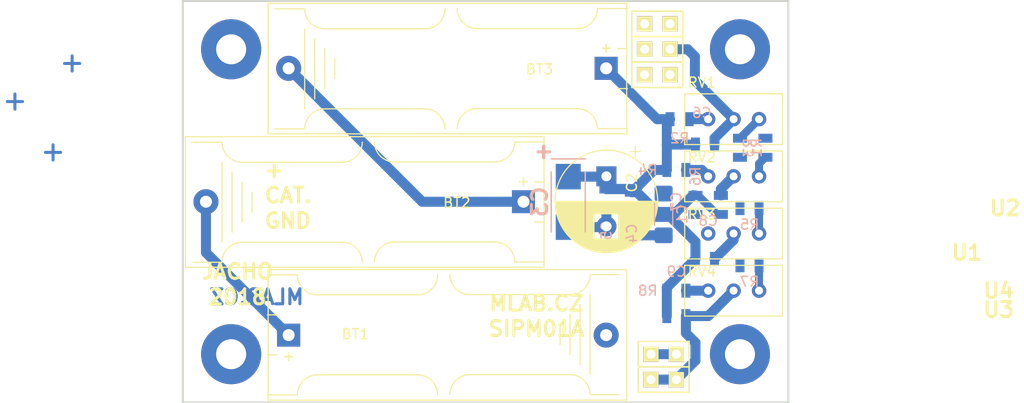
<source format=kicad_pcb>
(kicad_pcb (version 20171130) (host pcbnew "(2018-02-10 revision a04965c36)-makepkg")

  (general
    (thickness 1.6)
    (drawings 19)
    (tracks 71)
    (zones 0)
    (modules 33)
    (nets 19)
  )

  (page A4)
  (layers
    (0 F.Cu signal)
    (31 B.Cu signal)
    (32 B.Adhes user)
    (33 F.Adhes user)
    (34 B.Paste user)
    (35 F.Paste user)
    (36 B.SilkS user)
    (37 F.SilkS user)
    (38 B.Mask user)
    (39 F.Mask user)
    (40 Dwgs.User user)
    (41 Cmts.User user)
    (42 Eco1.User user)
    (43 Eco2.User user)
    (44 Edge.Cuts user)
    (45 Margin user)
    (46 B.CrtYd user)
    (47 F.CrtYd user)
    (48 B.Fab user)
    (49 F.Fab user)
  )

  (setup
    (last_trace_width 1)
    (user_trace_width 0.4)
    (user_trace_width 0.5)
    (user_trace_width 0.6)
    (user_trace_width 0.8)
    (user_trace_width 1)
    (trace_clearance 0.2)
    (zone_clearance 0.508)
    (zone_45_only no)
    (trace_min 0.2)
    (segment_width 0.2)
    (edge_width 0.15)
    (via_size 0.8)
    (via_drill 0.4)
    (via_min_size 0.4)
    (via_min_drill 0.3)
    (uvia_size 0.3)
    (uvia_drill 0.1)
    (uvias_allowed no)
    (uvia_min_size 0.2)
    (uvia_min_drill 0.1)
    (pcb_text_width 0.3)
    (pcb_text_size 1.5 1.5)
    (mod_edge_width 0.15)
    (mod_text_size 1 1)
    (mod_text_width 0.15)
    (pad_size 6 6)
    (pad_drill 3)
    (pad_to_mask_clearance 0.2)
    (aux_axis_origin 0 0)
    (visible_elements 7FFFFF7F)
    (pcbplotparams
      (layerselection 0x010fc_ffffffff)
      (usegerberextensions false)
      (usegerberattributes false)
      (usegerberadvancedattributes false)
      (creategerberjobfile false)
      (excludeedgelayer true)
      (linewidth 0.100000)
      (plotframeref false)
      (viasonmask false)
      (mode 1)
      (useauxorigin false)
      (hpglpennumber 1)
      (hpglpenspeed 20)
      (hpglpendiameter 15)
      (psnegative false)
      (psa4output false)
      (plotreference true)
      (plotvalue true)
      (plotinvisibletext false)
      (padsonsilk false)
      (subtractmaskfromsilk false)
      (outputformat 1)
      (mirror false)
      (drillshape 1)
      (scaleselection 1)
      (outputdirectory ""))
  )

  (net 0 "")
  (net 1 "Net-(BT1-Pad2)")
  (net 2 "Net-(BT1-Pad1)")
  (net 3 "Net-(BT2-Pad1)")
  (net 4 "Net-(BT3-Pad1)")
  (net 5 /U1)
  (net 6 /U2)
  (net 7 /U3)
  (net 8 /U4)
  (net 9 GND)
  (net 10 "Net-(R1-Pad2)")
  (net 11 "Net-(R2-Pad1)")
  (net 12 "Net-(R3-Pad2)")
  (net 13 "Net-(R4-Pad1)")
  (net 14 "Net-(R5-Pad2)")
  (net 15 "Net-(R6-Pad1)")
  (net 16 "Net-(R7-Pad2)")
  (net 17 "Net-(R8-Pad1)")
  (net 18 "Net-(C1-Pad3)")

  (net_class Default "Toto je výchozí třída sítě."
    (clearance 0.2)
    (trace_width 0.25)
    (via_dia 0.8)
    (via_drill 0.4)
    (uvia_dia 0.3)
    (uvia_drill 0.1)
    (add_net /U1)
    (add_net /U2)
    (add_net /U3)
    (add_net /U4)
    (add_net GND)
    (add_net "Net-(BT1-Pad1)")
    (add_net "Net-(BT1-Pad2)")
    (add_net "Net-(BT2-Pad1)")
    (add_net "Net-(BT3-Pad1)")
    (add_net "Net-(C1-Pad3)")
    (add_net "Net-(R1-Pad2)")
    (add_net "Net-(R2-Pad1)")
    (add_net "Net-(R3-Pad2)")
    (add_net "Net-(R4-Pad1)")
    (add_net "Net-(R5-Pad2)")
    (add_net "Net-(R6-Pad1)")
    (add_net "Net-(R7-Pad2)")
    (add_net "Net-(R8-Pad1)")
  )

  (module Mlab_Batery:BH23APC (layer F.Cu) (tedit 5BAB26E1) (tstamp 5BB836C9)
    (at 18.415 -20.32 180)
    (descr 23A)
    (tags 23A)
    (path /5BAB2A55)
    (fp_text reference BT2 (at -9.1948 -0.1016) (layer F.SilkS)
      (effects (font (size 1 1) (thickness 0.15)))
    )
    (fp_text value BH23APC (at 0.0508 -0.0254 180) (layer F.Fab)
      (effects (font (size 1 1) (thickness 0.15)))
    )
    (fp_text user + (at -15.8496 2.0828 180) (layer F.SilkS)
      (effects (font (size 1 1) (thickness 0.15)))
    )
    (fp_text user %R (at -9.1186 -0.0508 180) (layer F.Fab)
      (effects (font (size 1 1) (thickness 0.15)))
    )
    (fp_line (start 17.9 6.55) (end 17.9 -6.55) (layer F.SilkS) (width 0.12))
    (fp_line (start 17.9 -6.55) (end -17.9 -6.55) (layer F.SilkS) (width 0.12))
    (fp_line (start -17.9 -6.55) (end -17.9 6.55) (layer F.SilkS) (width 0.12))
    (fp_line (start 17.9 6.5) (end -17.9 6.5) (layer F.SilkS) (width 0.12))
    (fp_line (start 11.2472 -1.0508) (end 11.2472 0.9492) (layer F.SilkS) (width 0.12))
    (fp_line (start 12.2472 -2.0508) (end 12.2472 1.9492) (layer F.SilkS) (width 0.12))
    (fp_line (start 13.2472 2.9492) (end 13.2472 -3.0508) (layer F.SilkS) (width 0.12))
    (fp_line (start 14.2472 -4.0508) (end 14.2472 3.9492) (layer F.SilkS) (width 0.12))
    (fp_line (start -17.9766 -2.0254) (end -16.9766 -2.0254) (layer F.SilkS) (width 0.12))
    (fp_line (start -16.9766 1.9746) (end -17.9766 1.9746) (layer F.SilkS) (width 0.12))
    (fp_arc (start 2.2472 -6.0508) (end 2.2472 -4.0508) (angle 90) (layer F.SilkS) (width 0.12))
    (fp_arc (start -2.9766 -6.0254) (end -0.9766 -6.0254) (angle 90) (layer F.SilkS) (width 0.12))
    (fp_arc (start -2.9766 5.9746) (end -2.9766 3.9746) (angle 90) (layer F.SilkS) (width 0.12))
    (fp_arc (start 2.2472 5.9492) (end 0.2472 5.9492) (angle 90) (layer F.SilkS) (width 0.12))
    (fp_line (start -12.9766 3.9746) (end -2.9766 3.9746) (layer F.SilkS) (width 0.12))
    (fp_line (start -12.9766 -4.0254) (end -2.9766 -4.0254) (layer F.SilkS) (width 0.12))
    (fp_arc (start -12.9766 5.9746) (end -14.9766 5.9746) (angle 90) (layer F.SilkS) (width 0.12))
    (fp_line (start 12.2472 -4.0508) (end 2.2472 -4.0508) (layer F.SilkS) (width 0.12))
    (fp_line (start 12.2472 3.9492) (end 2.2472 3.9492) (layer F.SilkS) (width 0.12))
    (fp_arc (start 12.2472 5.9492) (end 12.2472 3.9492) (angle 90) (layer F.SilkS) (width 0.12))
    (fp_arc (start 12.2472 -6.0508) (end 14.2472 -6.0508) (angle 90) (layer F.SilkS) (width 0.12))
    (fp_arc (start -12.9766 -6.0254) (end -12.9766 -4.0254) (angle 90) (layer F.SilkS) (width 0.12))
    (fp_line (start -17.9766 -6.0254) (end -14.9766 -6.0254) (layer F.SilkS) (width 0.12))
    (fp_line (start -17.9766 5.9746) (end -14.9766 5.9746) (layer F.SilkS) (width 0.12))
    (fp_line (start 17.2472 -6.0508) (end 14.2472 -6.0508) (layer F.SilkS) (width 0.12))
    (fp_line (start 17.2472 5.9492) (end 14.2472 5.9492) (layer F.SilkS) (width 0.12))
    (fp_line (start 17.9 6.55) (end -17.9 6.55) (layer F.Fab) (width 0.1))
    (fp_line (start 17.9 6.55) (end 17.9 -6.55) (layer F.Fab) (width 0.1))
    (fp_line (start 17.9 -6.55) (end -17.9 -6.55) (layer F.Fab) (width 0.1))
    (fp_line (start -17.9 -6.55) (end -17.9 6.55) (layer F.Fab) (width 0.1))
    (pad 1 thru_hole rect (at -15.85 0 180) (size 2.3 2.3) (drill 1.2) (layers *.Cu *.Mask)
      (net 3 "Net-(BT2-Pad1)"))
    (pad 2 thru_hole circle (at 15.85 0 180) (size 2.5 2.5) (drill 1.2) (layers *.Cu *.Mask)
      (net 2 "Net-(BT1-Pad1)"))
    (model ${KISYS3DMOD}/Battery.3dshapes/BatteryHolder_Keystone_2466_1xAAA.wrl
      (at (xyz 0 0 0))
      (scale (xyz 1 1 1))
      (rotate (xyz 0 0 0))
    )
  )

  (module Mlab_Batery:BH23APC (layer F.Cu) (tedit 5BAB26E1) (tstamp 5BB86539)
    (at 26.67 -33.655 180)
    (descr 23A)
    (tags 23A)
    (path /5BAB2A9D)
    (fp_text reference BT3 (at -9.1948 -0.1016) (layer F.SilkS)
      (effects (font (size 1 1) (thickness 0.15)))
    )
    (fp_text value BH23APC (at 0.0508 -0.0254 180) (layer F.Fab)
      (effects (font (size 1 1) (thickness 0.15)))
    )
    (fp_line (start -17.9 -6.55) (end -17.9 6.55) (layer F.Fab) (width 0.1))
    (fp_line (start 17.9 -6.55) (end -17.9 -6.55) (layer F.Fab) (width 0.1))
    (fp_line (start 17.9 6.55) (end 17.9 -6.55) (layer F.Fab) (width 0.1))
    (fp_line (start 17.9 6.55) (end -17.9 6.55) (layer F.Fab) (width 0.1))
    (fp_line (start 17.2472 5.9492) (end 14.2472 5.9492) (layer F.SilkS) (width 0.12))
    (fp_line (start 17.2472 -6.0508) (end 14.2472 -6.0508) (layer F.SilkS) (width 0.12))
    (fp_line (start -17.9766 5.9746) (end -14.9766 5.9746) (layer F.SilkS) (width 0.12))
    (fp_line (start -17.9766 -6.0254) (end -14.9766 -6.0254) (layer F.SilkS) (width 0.12))
    (fp_arc (start -12.9766 -6.0254) (end -12.9766 -4.0254) (angle 90) (layer F.SilkS) (width 0.12))
    (fp_arc (start 12.2472 -6.0508) (end 14.2472 -6.0508) (angle 90) (layer F.SilkS) (width 0.12))
    (fp_arc (start 12.2472 5.9492) (end 12.2472 3.9492) (angle 90) (layer F.SilkS) (width 0.12))
    (fp_line (start 12.2472 3.9492) (end 2.2472 3.9492) (layer F.SilkS) (width 0.12))
    (fp_line (start 12.2472 -4.0508) (end 2.2472 -4.0508) (layer F.SilkS) (width 0.12))
    (fp_arc (start -12.9766 5.9746) (end -14.9766 5.9746) (angle 90) (layer F.SilkS) (width 0.12))
    (fp_line (start -12.9766 -4.0254) (end -2.9766 -4.0254) (layer F.SilkS) (width 0.12))
    (fp_line (start -12.9766 3.9746) (end -2.9766 3.9746) (layer F.SilkS) (width 0.12))
    (fp_arc (start 2.2472 5.9492) (end 0.2472 5.9492) (angle 90) (layer F.SilkS) (width 0.12))
    (fp_arc (start -2.9766 5.9746) (end -2.9766 3.9746) (angle 90) (layer F.SilkS) (width 0.12))
    (fp_arc (start -2.9766 -6.0254) (end -0.9766 -6.0254) (angle 90) (layer F.SilkS) (width 0.12))
    (fp_arc (start 2.2472 -6.0508) (end 2.2472 -4.0508) (angle 90) (layer F.SilkS) (width 0.12))
    (fp_line (start -16.9766 1.9746) (end -17.9766 1.9746) (layer F.SilkS) (width 0.12))
    (fp_line (start -17.9766 -2.0254) (end -16.9766 -2.0254) (layer F.SilkS) (width 0.12))
    (fp_line (start 14.2472 -4.0508) (end 14.2472 3.9492) (layer F.SilkS) (width 0.12))
    (fp_line (start 13.2472 2.9492) (end 13.2472 -3.0508) (layer F.SilkS) (width 0.12))
    (fp_line (start 12.2472 -2.0508) (end 12.2472 1.9492) (layer F.SilkS) (width 0.12))
    (fp_line (start 11.2472 -1.0508) (end 11.2472 0.9492) (layer F.SilkS) (width 0.12))
    (fp_line (start 17.9 6.5) (end -17.9 6.5) (layer F.SilkS) (width 0.12))
    (fp_line (start -17.9 -6.55) (end -17.9 6.55) (layer F.SilkS) (width 0.12))
    (fp_line (start 17.9 -6.55) (end -17.9 -6.55) (layer F.SilkS) (width 0.12))
    (fp_line (start 17.9 6.55) (end 17.9 -6.55) (layer F.SilkS) (width 0.12))
    (fp_text user %R (at -9.1186 -0.0508 180) (layer F.Fab)
      (effects (font (size 1 1) (thickness 0.15)))
    )
    (fp_text user + (at -15.8496 2.0828 180) (layer F.SilkS)
      (effects (font (size 1 1) (thickness 0.15)))
    )
    (pad 2 thru_hole circle (at 15.85 0 180) (size 2.5 2.5) (drill 1.2) (layers *.Cu *.Mask)
      (net 3 "Net-(BT2-Pad1)"))
    (pad 1 thru_hole rect (at -15.85 0 180) (size 2.3 2.3) (drill 1.2) (layers *.Cu *.Mask)
      (net 4 "Net-(BT3-Pad1)"))
    (model ${KISYS3DMOD}/Battery.3dshapes/BatteryHolder_Keystone_2466_1xAAA.wrl
      (at (xyz 0 0 0))
      (scale (xyz 1 1 1))
      (rotate (xyz 0 0 0))
    )
  )

  (module Mlab_R:SMD-0805 (layer B.Cu) (tedit 5B3B52E2) (tstamp 5BB83812)
    (at 53.975 -20.0025 270)
    (descr "Resistor SMD 0805 (2012 Metric), square (rectangular) end terminal, IPC_7351 nominal, (Body size source: http://www.tortai-tech.com/upload/download/2011102023233369053.pdf), generated with kicad-footprint-generator")
    (tags resistor)
    (path /5BB09364)
    (attr smd)
    (fp_text reference C7 (at -0.3175 4.445 270) (layer B.SilkS)
      (effects (font (size 1 1) (thickness 0.15)) (justify mirror))
    )
    (fp_text value 100nF/50V (at 0 -1.65 270) (layer B.Fab) hide
      (effects (font (size 1 1) (thickness 0.15)) (justify mirror))
    )
    (fp_text user %R (at 0 0 270) (layer B.Fab)
      (effects (font (size 0.5 0.5) (thickness 0.08)) (justify mirror))
    )
    (fp_line (start 1.68 -0.95) (end -1.68 -0.95) (layer B.CrtYd) (width 0.05))
    (fp_line (start 1.68 0.95) (end 1.68 -0.95) (layer B.CrtYd) (width 0.05))
    (fp_line (start -1.68 0.95) (end 1.68 0.95) (layer B.CrtYd) (width 0.05))
    (fp_line (start -1.68 -0.95) (end -1.68 0.95) (layer B.CrtYd) (width 0.05))
    (fp_line (start 1 -0.6) (end -1 -0.6) (layer B.Fab) (width 0.1))
    (fp_line (start 1 0.6) (end 1 -0.6) (layer B.Fab) (width 0.1))
    (fp_line (start -1 0.6) (end 1 0.6) (layer B.Fab) (width 0.1))
    (fp_line (start -1 -0.6) (end -1 0.6) (layer B.Fab) (width 0.1))
    (pad 2 smd rect (at 0.9525 0 270) (size 0.889 1.4) (layers B.Cu B.Paste B.Mask)
      (net 4 "Net-(BT3-Pad1)"))
    (pad 1 smd rect (at -0.9525 0 270) (size 0.899 1.4) (layers B.Cu B.Paste B.Mask)
      (net 6 /U2))
    (model ${KISYS3DMOD}/Resistor_SMD.3dshapes/R_0805_2012Metric.wrl
      (at (xyz 0 0 0))
      (scale (xyz 1 1 1))
      (rotate (xyz 0 0 0))
    )
  )

  (module Capacitor_THT:CP_Radial_D10.0mm_P5.00mm (layer F.Cu) (tedit 5AE50EF1) (tstamp 5BB837CA)
    (at 42.545 -22.86 270)
    (descr "CP, Radial series, Radial, pin pitch=5.00mm, , diameter=10mm, Electrolytic Capacitor")
    (tags "CP Radial series Radial pin pitch 5.00mm  diameter 10mm Electrolytic Capacitor")
    (path /5BABD940)
    (fp_text reference C2 (at 0.635 -2.54 270) (layer F.SilkS)
      (effects (font (size 1 1) (thickness 0.15)))
    )
    (fp_text value "470uF/50V - GT470/50" (at 2.5 6.25 270) (layer F.Fab)
      (effects (font (size 1 1) (thickness 0.15)))
    )
    (fp_circle (center 2.5 0) (end 7.5 0) (layer F.Fab) (width 0.1))
    (fp_circle (center 2.5 0) (end 7.62 0) (layer F.SilkS) (width 0.12))
    (fp_circle (center 2.5 0) (end 7.75 0) (layer F.CrtYd) (width 0.05))
    (fp_line (start -1.788861 -2.1875) (end -0.788861 -2.1875) (layer F.Fab) (width 0.1))
    (fp_line (start -1.288861 -2.6875) (end -1.288861 -1.6875) (layer F.Fab) (width 0.1))
    (fp_line (start 2.5 -5.08) (end 2.5 5.08) (layer F.SilkS) (width 0.12))
    (fp_line (start 2.54 -5.08) (end 2.54 5.08) (layer F.SilkS) (width 0.12))
    (fp_line (start 2.58 -5.08) (end 2.58 5.08) (layer F.SilkS) (width 0.12))
    (fp_line (start 2.62 -5.079) (end 2.62 5.079) (layer F.SilkS) (width 0.12))
    (fp_line (start 2.66 -5.078) (end 2.66 5.078) (layer F.SilkS) (width 0.12))
    (fp_line (start 2.7 -5.077) (end 2.7 5.077) (layer F.SilkS) (width 0.12))
    (fp_line (start 2.74 -5.075) (end 2.74 5.075) (layer F.SilkS) (width 0.12))
    (fp_line (start 2.78 -5.073) (end 2.78 5.073) (layer F.SilkS) (width 0.12))
    (fp_line (start 2.82 -5.07) (end 2.82 5.07) (layer F.SilkS) (width 0.12))
    (fp_line (start 2.86 -5.068) (end 2.86 5.068) (layer F.SilkS) (width 0.12))
    (fp_line (start 2.9 -5.065) (end 2.9 5.065) (layer F.SilkS) (width 0.12))
    (fp_line (start 2.94 -5.062) (end 2.94 5.062) (layer F.SilkS) (width 0.12))
    (fp_line (start 2.98 -5.058) (end 2.98 5.058) (layer F.SilkS) (width 0.12))
    (fp_line (start 3.02 -5.054) (end 3.02 5.054) (layer F.SilkS) (width 0.12))
    (fp_line (start 3.06 -5.05) (end 3.06 5.05) (layer F.SilkS) (width 0.12))
    (fp_line (start 3.1 -5.045) (end 3.1 5.045) (layer F.SilkS) (width 0.12))
    (fp_line (start 3.14 -5.04) (end 3.14 5.04) (layer F.SilkS) (width 0.12))
    (fp_line (start 3.18 -5.035) (end 3.18 5.035) (layer F.SilkS) (width 0.12))
    (fp_line (start 3.221 -5.03) (end 3.221 5.03) (layer F.SilkS) (width 0.12))
    (fp_line (start 3.261 -5.024) (end 3.261 5.024) (layer F.SilkS) (width 0.12))
    (fp_line (start 3.301 -5.018) (end 3.301 5.018) (layer F.SilkS) (width 0.12))
    (fp_line (start 3.341 -5.011) (end 3.341 5.011) (layer F.SilkS) (width 0.12))
    (fp_line (start 3.381 -5.004) (end 3.381 5.004) (layer F.SilkS) (width 0.12))
    (fp_line (start 3.421 -4.997) (end 3.421 4.997) (layer F.SilkS) (width 0.12))
    (fp_line (start 3.461 -4.99) (end 3.461 4.99) (layer F.SilkS) (width 0.12))
    (fp_line (start 3.501 -4.982) (end 3.501 4.982) (layer F.SilkS) (width 0.12))
    (fp_line (start 3.541 -4.974) (end 3.541 4.974) (layer F.SilkS) (width 0.12))
    (fp_line (start 3.581 -4.965) (end 3.581 4.965) (layer F.SilkS) (width 0.12))
    (fp_line (start 3.621 -4.956) (end 3.621 4.956) (layer F.SilkS) (width 0.12))
    (fp_line (start 3.661 -4.947) (end 3.661 4.947) (layer F.SilkS) (width 0.12))
    (fp_line (start 3.701 -4.938) (end 3.701 4.938) (layer F.SilkS) (width 0.12))
    (fp_line (start 3.741 -4.928) (end 3.741 4.928) (layer F.SilkS) (width 0.12))
    (fp_line (start 3.781 -4.918) (end 3.781 -1.241) (layer F.SilkS) (width 0.12))
    (fp_line (start 3.781 1.241) (end 3.781 4.918) (layer F.SilkS) (width 0.12))
    (fp_line (start 3.821 -4.907) (end 3.821 -1.241) (layer F.SilkS) (width 0.12))
    (fp_line (start 3.821 1.241) (end 3.821 4.907) (layer F.SilkS) (width 0.12))
    (fp_line (start 3.861 -4.897) (end 3.861 -1.241) (layer F.SilkS) (width 0.12))
    (fp_line (start 3.861 1.241) (end 3.861 4.897) (layer F.SilkS) (width 0.12))
    (fp_line (start 3.901 -4.885) (end 3.901 -1.241) (layer F.SilkS) (width 0.12))
    (fp_line (start 3.901 1.241) (end 3.901 4.885) (layer F.SilkS) (width 0.12))
    (fp_line (start 3.941 -4.874) (end 3.941 -1.241) (layer F.SilkS) (width 0.12))
    (fp_line (start 3.941 1.241) (end 3.941 4.874) (layer F.SilkS) (width 0.12))
    (fp_line (start 3.981 -4.862) (end 3.981 -1.241) (layer F.SilkS) (width 0.12))
    (fp_line (start 3.981 1.241) (end 3.981 4.862) (layer F.SilkS) (width 0.12))
    (fp_line (start 4.021 -4.85) (end 4.021 -1.241) (layer F.SilkS) (width 0.12))
    (fp_line (start 4.021 1.241) (end 4.021 4.85) (layer F.SilkS) (width 0.12))
    (fp_line (start 4.061 -4.837) (end 4.061 -1.241) (layer F.SilkS) (width 0.12))
    (fp_line (start 4.061 1.241) (end 4.061 4.837) (layer F.SilkS) (width 0.12))
    (fp_line (start 4.101 -4.824) (end 4.101 -1.241) (layer F.SilkS) (width 0.12))
    (fp_line (start 4.101 1.241) (end 4.101 4.824) (layer F.SilkS) (width 0.12))
    (fp_line (start 4.141 -4.811) (end 4.141 -1.241) (layer F.SilkS) (width 0.12))
    (fp_line (start 4.141 1.241) (end 4.141 4.811) (layer F.SilkS) (width 0.12))
    (fp_line (start 4.181 -4.797) (end 4.181 -1.241) (layer F.SilkS) (width 0.12))
    (fp_line (start 4.181 1.241) (end 4.181 4.797) (layer F.SilkS) (width 0.12))
    (fp_line (start 4.221 -4.783) (end 4.221 -1.241) (layer F.SilkS) (width 0.12))
    (fp_line (start 4.221 1.241) (end 4.221 4.783) (layer F.SilkS) (width 0.12))
    (fp_line (start 4.261 -4.768) (end 4.261 -1.241) (layer F.SilkS) (width 0.12))
    (fp_line (start 4.261 1.241) (end 4.261 4.768) (layer F.SilkS) (width 0.12))
    (fp_line (start 4.301 -4.754) (end 4.301 -1.241) (layer F.SilkS) (width 0.12))
    (fp_line (start 4.301 1.241) (end 4.301 4.754) (layer F.SilkS) (width 0.12))
    (fp_line (start 4.341 -4.738) (end 4.341 -1.241) (layer F.SilkS) (width 0.12))
    (fp_line (start 4.341 1.241) (end 4.341 4.738) (layer F.SilkS) (width 0.12))
    (fp_line (start 4.381 -4.723) (end 4.381 -1.241) (layer F.SilkS) (width 0.12))
    (fp_line (start 4.381 1.241) (end 4.381 4.723) (layer F.SilkS) (width 0.12))
    (fp_line (start 4.421 -4.707) (end 4.421 -1.241) (layer F.SilkS) (width 0.12))
    (fp_line (start 4.421 1.241) (end 4.421 4.707) (layer F.SilkS) (width 0.12))
    (fp_line (start 4.461 -4.69) (end 4.461 -1.241) (layer F.SilkS) (width 0.12))
    (fp_line (start 4.461 1.241) (end 4.461 4.69) (layer F.SilkS) (width 0.12))
    (fp_line (start 4.501 -4.674) (end 4.501 -1.241) (layer F.SilkS) (width 0.12))
    (fp_line (start 4.501 1.241) (end 4.501 4.674) (layer F.SilkS) (width 0.12))
    (fp_line (start 4.541 -4.657) (end 4.541 -1.241) (layer F.SilkS) (width 0.12))
    (fp_line (start 4.541 1.241) (end 4.541 4.657) (layer F.SilkS) (width 0.12))
    (fp_line (start 4.581 -4.639) (end 4.581 -1.241) (layer F.SilkS) (width 0.12))
    (fp_line (start 4.581 1.241) (end 4.581 4.639) (layer F.SilkS) (width 0.12))
    (fp_line (start 4.621 -4.621) (end 4.621 -1.241) (layer F.SilkS) (width 0.12))
    (fp_line (start 4.621 1.241) (end 4.621 4.621) (layer F.SilkS) (width 0.12))
    (fp_line (start 4.661 -4.603) (end 4.661 -1.241) (layer F.SilkS) (width 0.12))
    (fp_line (start 4.661 1.241) (end 4.661 4.603) (layer F.SilkS) (width 0.12))
    (fp_line (start 4.701 -4.584) (end 4.701 -1.241) (layer F.SilkS) (width 0.12))
    (fp_line (start 4.701 1.241) (end 4.701 4.584) (layer F.SilkS) (width 0.12))
    (fp_line (start 4.741 -4.564) (end 4.741 -1.241) (layer F.SilkS) (width 0.12))
    (fp_line (start 4.741 1.241) (end 4.741 4.564) (layer F.SilkS) (width 0.12))
    (fp_line (start 4.781 -4.545) (end 4.781 -1.241) (layer F.SilkS) (width 0.12))
    (fp_line (start 4.781 1.241) (end 4.781 4.545) (layer F.SilkS) (width 0.12))
    (fp_line (start 4.821 -4.525) (end 4.821 -1.241) (layer F.SilkS) (width 0.12))
    (fp_line (start 4.821 1.241) (end 4.821 4.525) (layer F.SilkS) (width 0.12))
    (fp_line (start 4.861 -4.504) (end 4.861 -1.241) (layer F.SilkS) (width 0.12))
    (fp_line (start 4.861 1.241) (end 4.861 4.504) (layer F.SilkS) (width 0.12))
    (fp_line (start 4.901 -4.483) (end 4.901 -1.241) (layer F.SilkS) (width 0.12))
    (fp_line (start 4.901 1.241) (end 4.901 4.483) (layer F.SilkS) (width 0.12))
    (fp_line (start 4.941 -4.462) (end 4.941 -1.241) (layer F.SilkS) (width 0.12))
    (fp_line (start 4.941 1.241) (end 4.941 4.462) (layer F.SilkS) (width 0.12))
    (fp_line (start 4.981 -4.44) (end 4.981 -1.241) (layer F.SilkS) (width 0.12))
    (fp_line (start 4.981 1.241) (end 4.981 4.44) (layer F.SilkS) (width 0.12))
    (fp_line (start 5.021 -4.417) (end 5.021 -1.241) (layer F.SilkS) (width 0.12))
    (fp_line (start 5.021 1.241) (end 5.021 4.417) (layer F.SilkS) (width 0.12))
    (fp_line (start 5.061 -4.395) (end 5.061 -1.241) (layer F.SilkS) (width 0.12))
    (fp_line (start 5.061 1.241) (end 5.061 4.395) (layer F.SilkS) (width 0.12))
    (fp_line (start 5.101 -4.371) (end 5.101 -1.241) (layer F.SilkS) (width 0.12))
    (fp_line (start 5.101 1.241) (end 5.101 4.371) (layer F.SilkS) (width 0.12))
    (fp_line (start 5.141 -4.347) (end 5.141 -1.241) (layer F.SilkS) (width 0.12))
    (fp_line (start 5.141 1.241) (end 5.141 4.347) (layer F.SilkS) (width 0.12))
    (fp_line (start 5.181 -4.323) (end 5.181 -1.241) (layer F.SilkS) (width 0.12))
    (fp_line (start 5.181 1.241) (end 5.181 4.323) (layer F.SilkS) (width 0.12))
    (fp_line (start 5.221 -4.298) (end 5.221 -1.241) (layer F.SilkS) (width 0.12))
    (fp_line (start 5.221 1.241) (end 5.221 4.298) (layer F.SilkS) (width 0.12))
    (fp_line (start 5.261 -4.273) (end 5.261 -1.241) (layer F.SilkS) (width 0.12))
    (fp_line (start 5.261 1.241) (end 5.261 4.273) (layer F.SilkS) (width 0.12))
    (fp_line (start 5.301 -4.247) (end 5.301 -1.241) (layer F.SilkS) (width 0.12))
    (fp_line (start 5.301 1.241) (end 5.301 4.247) (layer F.SilkS) (width 0.12))
    (fp_line (start 5.341 -4.221) (end 5.341 -1.241) (layer F.SilkS) (width 0.12))
    (fp_line (start 5.341 1.241) (end 5.341 4.221) (layer F.SilkS) (width 0.12))
    (fp_line (start 5.381 -4.194) (end 5.381 -1.241) (layer F.SilkS) (width 0.12))
    (fp_line (start 5.381 1.241) (end 5.381 4.194) (layer F.SilkS) (width 0.12))
    (fp_line (start 5.421 -4.166) (end 5.421 -1.241) (layer F.SilkS) (width 0.12))
    (fp_line (start 5.421 1.241) (end 5.421 4.166) (layer F.SilkS) (width 0.12))
    (fp_line (start 5.461 -4.138) (end 5.461 -1.241) (layer F.SilkS) (width 0.12))
    (fp_line (start 5.461 1.241) (end 5.461 4.138) (layer F.SilkS) (width 0.12))
    (fp_line (start 5.501 -4.11) (end 5.501 -1.241) (layer F.SilkS) (width 0.12))
    (fp_line (start 5.501 1.241) (end 5.501 4.11) (layer F.SilkS) (width 0.12))
    (fp_line (start 5.541 -4.08) (end 5.541 -1.241) (layer F.SilkS) (width 0.12))
    (fp_line (start 5.541 1.241) (end 5.541 4.08) (layer F.SilkS) (width 0.12))
    (fp_line (start 5.581 -4.05) (end 5.581 -1.241) (layer F.SilkS) (width 0.12))
    (fp_line (start 5.581 1.241) (end 5.581 4.05) (layer F.SilkS) (width 0.12))
    (fp_line (start 5.621 -4.02) (end 5.621 -1.241) (layer F.SilkS) (width 0.12))
    (fp_line (start 5.621 1.241) (end 5.621 4.02) (layer F.SilkS) (width 0.12))
    (fp_line (start 5.661 -3.989) (end 5.661 -1.241) (layer F.SilkS) (width 0.12))
    (fp_line (start 5.661 1.241) (end 5.661 3.989) (layer F.SilkS) (width 0.12))
    (fp_line (start 5.701 -3.957) (end 5.701 -1.241) (layer F.SilkS) (width 0.12))
    (fp_line (start 5.701 1.241) (end 5.701 3.957) (layer F.SilkS) (width 0.12))
    (fp_line (start 5.741 -3.925) (end 5.741 -1.241) (layer F.SilkS) (width 0.12))
    (fp_line (start 5.741 1.241) (end 5.741 3.925) (layer F.SilkS) (width 0.12))
    (fp_line (start 5.781 -3.892) (end 5.781 -1.241) (layer F.SilkS) (width 0.12))
    (fp_line (start 5.781 1.241) (end 5.781 3.892) (layer F.SilkS) (width 0.12))
    (fp_line (start 5.821 -3.858) (end 5.821 -1.241) (layer F.SilkS) (width 0.12))
    (fp_line (start 5.821 1.241) (end 5.821 3.858) (layer F.SilkS) (width 0.12))
    (fp_line (start 5.861 -3.824) (end 5.861 -1.241) (layer F.SilkS) (width 0.12))
    (fp_line (start 5.861 1.241) (end 5.861 3.824) (layer F.SilkS) (width 0.12))
    (fp_line (start 5.901 -3.789) (end 5.901 -1.241) (layer F.SilkS) (width 0.12))
    (fp_line (start 5.901 1.241) (end 5.901 3.789) (layer F.SilkS) (width 0.12))
    (fp_line (start 5.941 -3.753) (end 5.941 -1.241) (layer F.SilkS) (width 0.12))
    (fp_line (start 5.941 1.241) (end 5.941 3.753) (layer F.SilkS) (width 0.12))
    (fp_line (start 5.981 -3.716) (end 5.981 -1.241) (layer F.SilkS) (width 0.12))
    (fp_line (start 5.981 1.241) (end 5.981 3.716) (layer F.SilkS) (width 0.12))
    (fp_line (start 6.021 -3.679) (end 6.021 -1.241) (layer F.SilkS) (width 0.12))
    (fp_line (start 6.021 1.241) (end 6.021 3.679) (layer F.SilkS) (width 0.12))
    (fp_line (start 6.061 -3.64) (end 6.061 -1.241) (layer F.SilkS) (width 0.12))
    (fp_line (start 6.061 1.241) (end 6.061 3.64) (layer F.SilkS) (width 0.12))
    (fp_line (start 6.101 -3.601) (end 6.101 -1.241) (layer F.SilkS) (width 0.12))
    (fp_line (start 6.101 1.241) (end 6.101 3.601) (layer F.SilkS) (width 0.12))
    (fp_line (start 6.141 -3.561) (end 6.141 -1.241) (layer F.SilkS) (width 0.12))
    (fp_line (start 6.141 1.241) (end 6.141 3.561) (layer F.SilkS) (width 0.12))
    (fp_line (start 6.181 -3.52) (end 6.181 -1.241) (layer F.SilkS) (width 0.12))
    (fp_line (start 6.181 1.241) (end 6.181 3.52) (layer F.SilkS) (width 0.12))
    (fp_line (start 6.221 -3.478) (end 6.221 -1.241) (layer F.SilkS) (width 0.12))
    (fp_line (start 6.221 1.241) (end 6.221 3.478) (layer F.SilkS) (width 0.12))
    (fp_line (start 6.261 -3.436) (end 6.261 3.436) (layer F.SilkS) (width 0.12))
    (fp_line (start 6.301 -3.392) (end 6.301 3.392) (layer F.SilkS) (width 0.12))
    (fp_line (start 6.341 -3.347) (end 6.341 3.347) (layer F.SilkS) (width 0.12))
    (fp_line (start 6.381 -3.301) (end 6.381 3.301) (layer F.SilkS) (width 0.12))
    (fp_line (start 6.421 -3.254) (end 6.421 3.254) (layer F.SilkS) (width 0.12))
    (fp_line (start 6.461 -3.206) (end 6.461 3.206) (layer F.SilkS) (width 0.12))
    (fp_line (start 6.501 -3.156) (end 6.501 3.156) (layer F.SilkS) (width 0.12))
    (fp_line (start 6.541 -3.106) (end 6.541 3.106) (layer F.SilkS) (width 0.12))
    (fp_line (start 6.581 -3.054) (end 6.581 3.054) (layer F.SilkS) (width 0.12))
    (fp_line (start 6.621 -3) (end 6.621 3) (layer F.SilkS) (width 0.12))
    (fp_line (start 6.661 -2.945) (end 6.661 2.945) (layer F.SilkS) (width 0.12))
    (fp_line (start 6.701 -2.889) (end 6.701 2.889) (layer F.SilkS) (width 0.12))
    (fp_line (start 6.741 -2.83) (end 6.741 2.83) (layer F.SilkS) (width 0.12))
    (fp_line (start 6.781 -2.77) (end 6.781 2.77) (layer F.SilkS) (width 0.12))
    (fp_line (start 6.821 -2.709) (end 6.821 2.709) (layer F.SilkS) (width 0.12))
    (fp_line (start 6.861 -2.645) (end 6.861 2.645) (layer F.SilkS) (width 0.12))
    (fp_line (start 6.901 -2.579) (end 6.901 2.579) (layer F.SilkS) (width 0.12))
    (fp_line (start 6.941 -2.51) (end 6.941 2.51) (layer F.SilkS) (width 0.12))
    (fp_line (start 6.981 -2.439) (end 6.981 2.439) (layer F.SilkS) (width 0.12))
    (fp_line (start 7.021 -2.365) (end 7.021 2.365) (layer F.SilkS) (width 0.12))
    (fp_line (start 7.061 -2.289) (end 7.061 2.289) (layer F.SilkS) (width 0.12))
    (fp_line (start 7.101 -2.209) (end 7.101 2.209) (layer F.SilkS) (width 0.12))
    (fp_line (start 7.141 -2.125) (end 7.141 2.125) (layer F.SilkS) (width 0.12))
    (fp_line (start 7.181 -2.037) (end 7.181 2.037) (layer F.SilkS) (width 0.12))
    (fp_line (start 7.221 -1.944) (end 7.221 1.944) (layer F.SilkS) (width 0.12))
    (fp_line (start 7.261 -1.846) (end 7.261 1.846) (layer F.SilkS) (width 0.12))
    (fp_line (start 7.301 -1.742) (end 7.301 1.742) (layer F.SilkS) (width 0.12))
    (fp_line (start 7.341 -1.63) (end 7.341 1.63) (layer F.SilkS) (width 0.12))
    (fp_line (start 7.381 -1.51) (end 7.381 1.51) (layer F.SilkS) (width 0.12))
    (fp_line (start 7.421 -1.378) (end 7.421 1.378) (layer F.SilkS) (width 0.12))
    (fp_line (start 7.461 -1.23) (end 7.461 1.23) (layer F.SilkS) (width 0.12))
    (fp_line (start 7.501 -1.062) (end 7.501 1.062) (layer F.SilkS) (width 0.12))
    (fp_line (start 7.541 -0.862) (end 7.541 0.862) (layer F.SilkS) (width 0.12))
    (fp_line (start 7.581 -0.599) (end 7.581 0.599) (layer F.SilkS) (width 0.12))
    (fp_line (start -2.979646 -2.875) (end -1.979646 -2.875) (layer F.SilkS) (width 0.12))
    (fp_line (start -2.479646 -3.375) (end -2.479646 -2.375) (layer F.SilkS) (width 0.12))
    (fp_text user %R (at 2.5 0 270) (layer F.Fab)
      (effects (font (size 1 1) (thickness 0.15)))
    )
    (pad 1 thru_hole rect (at 0 0 270) (size 2 2) (drill 1) (layers *.Cu *.Mask)
      (net 4 "Net-(BT3-Pad1)"))
    (pad 2 thru_hole circle (at 5 0 270) (size 2 2) (drill 1) (layers *.Cu *.Mask)
      (net 1 "Net-(BT1-Pad2)"))
    (model ${KISYS3DMOD}/Capacitor_THT.3dshapes/CP_Radial_D10.0mm_P5.00mm.wrl
      (at (xyz 0 0 0))
      (scale (xyz 1 1 1))
      (rotate (xyz 0 0 0))
    )
  )

  (module Mlab_R:SMD-0805 (layer B.Cu) (tedit 5B3B52E2) (tstamp 5BB837F4)
    (at 42.545 -20.6375 90)
    (descr "Resistor SMD 0805 (2012 Metric), square (rectangular) end terminal, IPC_7351 nominal, (Body size source: http://www.tortai-tech.com/upload/download/2011102023233369053.pdf), generated with kicad-footprint-generator")
    (tags resistor)
    (path /5BAC0701)
    (attr smd)
    (fp_text reference C5 (at -3.175 0 90) (layer B.SilkS)
      (effects (font (size 1 1) (thickness 0.15)) (justify mirror))
    )
    (fp_text value 100nF/50V (at 0 -1.65 90) (layer B.Fab) hide
      (effects (font (size 1 1) (thickness 0.15)) (justify mirror))
    )
    (fp_text user %R (at 0 0 90) (layer B.Fab)
      (effects (font (size 0.5 0.5) (thickness 0.08)) (justify mirror))
    )
    (fp_line (start 1.68 -0.95) (end -1.68 -0.95) (layer B.CrtYd) (width 0.05))
    (fp_line (start 1.68 0.95) (end 1.68 -0.95) (layer B.CrtYd) (width 0.05))
    (fp_line (start -1.68 0.95) (end 1.68 0.95) (layer B.CrtYd) (width 0.05))
    (fp_line (start -1.68 -0.95) (end -1.68 0.95) (layer B.CrtYd) (width 0.05))
    (fp_line (start 1 -0.6) (end -1 -0.6) (layer B.Fab) (width 0.1))
    (fp_line (start 1 0.6) (end 1 -0.6) (layer B.Fab) (width 0.1))
    (fp_line (start -1 0.6) (end 1 0.6) (layer B.Fab) (width 0.1))
    (fp_line (start -1 -0.6) (end -1 0.6) (layer B.Fab) (width 0.1))
    (pad 2 smd rect (at 0.9525 0 90) (size 0.889 1.4) (layers B.Cu B.Paste B.Mask)
      (net 4 "Net-(BT3-Pad1)"))
    (pad 1 smd rect (at -0.9525 0 90) (size 0.899 1.4) (layers B.Cu B.Paste B.Mask)
      (net 1 "Net-(BT1-Pad2)"))
    (model ${KISYS3DMOD}/Resistor_SMD.3dshapes/R_0805_2012Metric.wrl
      (at (xyz 0 0 0))
      (scale (xyz 1 1 1))
      (rotate (xyz 0 0 0))
    )
  )

  (module Mlab_R:SMD-0805 (layer B.Cu) (tedit 5B3B52E2) (tstamp 5BB837E5)
    (at 45.085 -20.32 90)
    (descr "Resistor SMD 0805 (2012 Metric), square (rectangular) end terminal, IPC_7351 nominal, (Body size source: http://www.tortai-tech.com/upload/download/2011102023233369053.pdf), generated with kicad-footprint-generator")
    (tags resistor)
    (path /5BABF361)
    (attr smd)
    (fp_text reference C4 (at -3.175 0 90) (layer B.SilkS)
      (effects (font (size 1 1) (thickness 0.15)) (justify mirror))
    )
    (fp_text value 4u7/50V (at 0 -1.65 90) (layer B.Fab) hide
      (effects (font (size 1 1) (thickness 0.15)) (justify mirror))
    )
    (fp_text user %R (at 0 0 90) (layer B.Fab)
      (effects (font (size 0.5 0.5) (thickness 0.08)) (justify mirror))
    )
    (fp_line (start 1.68 -0.95) (end -1.68 -0.95) (layer B.CrtYd) (width 0.05))
    (fp_line (start 1.68 0.95) (end 1.68 -0.95) (layer B.CrtYd) (width 0.05))
    (fp_line (start -1.68 0.95) (end 1.68 0.95) (layer B.CrtYd) (width 0.05))
    (fp_line (start -1.68 -0.95) (end -1.68 0.95) (layer B.CrtYd) (width 0.05))
    (fp_line (start 1 -0.6) (end -1 -0.6) (layer B.Fab) (width 0.1))
    (fp_line (start 1 0.6) (end 1 -0.6) (layer B.Fab) (width 0.1))
    (fp_line (start -1 0.6) (end 1 0.6) (layer B.Fab) (width 0.1))
    (fp_line (start -1 -0.6) (end -1 0.6) (layer B.Fab) (width 0.1))
    (pad 2 smd rect (at 0.9525 0 90) (size 0.889 1.4) (layers B.Cu B.Paste B.Mask)
      (net 4 "Net-(BT3-Pad1)"))
    (pad 1 smd rect (at -0.9525 0 90) (size 0.899 1.4) (layers B.Cu B.Paste B.Mask)
      (net 1 "Net-(BT1-Pad2)"))
    (model ${KISYS3DMOD}/Resistor_SMD.3dshapes/R_0805_2012Metric.wrl
      (at (xyz 0 0 0))
      (scale (xyz 1 1 1))
      (rotate (xyz 0 0 0))
    )
  )

  (module Mlab_R:SMD-0805 (layer B.Cu) (tedit 5B3B52E2) (tstamp 5BB86A23)
    (at 49.8475 -28.575 180)
    (descr "Resistor SMD 0805 (2012 Metric), square (rectangular) end terminal, IPC_7351 nominal, (Body size source: http://www.tortai-tech.com/upload/download/2011102023233369053.pdf), generated with kicad-footprint-generator")
    (tags resistor)
    (path /5BABB15A)
    (attr smd)
    (fp_text reference R2 (at 0 -1.905 180) (layer B.SilkS)
      (effects (font (size 1 1) (thickness 0.15)) (justify mirror))
    )
    (fp_text value R (at 0 -1.65 180) (layer B.Fab) hide
      (effects (font (size 1 1) (thickness 0.15)) (justify mirror))
    )
    (fp_line (start -1 -0.6) (end -1 0.6) (layer B.Fab) (width 0.1))
    (fp_line (start -1 0.6) (end 1 0.6) (layer B.Fab) (width 0.1))
    (fp_line (start 1 0.6) (end 1 -0.6) (layer B.Fab) (width 0.1))
    (fp_line (start 1 -0.6) (end -1 -0.6) (layer B.Fab) (width 0.1))
    (fp_line (start -1.68 -0.95) (end -1.68 0.95) (layer B.CrtYd) (width 0.05))
    (fp_line (start -1.68 0.95) (end 1.68 0.95) (layer B.CrtYd) (width 0.05))
    (fp_line (start 1.68 0.95) (end 1.68 -0.95) (layer B.CrtYd) (width 0.05))
    (fp_line (start 1.68 -0.95) (end -1.68 -0.95) (layer B.CrtYd) (width 0.05))
    (fp_text user %R (at 0 0 180) (layer B.Fab)
      (effects (font (size 0.5 0.5) (thickness 0.08)) (justify mirror))
    )
    (pad 1 smd rect (at -0.9525 0 180) (size 0.899 1.4) (layers B.Cu B.Paste B.Mask)
      (net 11 "Net-(R2-Pad1)"))
    (pad 2 smd rect (at 0.9525 0 180) (size 0.889 1.4) (layers B.Cu B.Paste B.Mask)
      (net 4 "Net-(BT3-Pad1)"))
    (model ${KISYS3DMOD}/Resistor_SMD.3dshapes/R_0805_2012Metric.wrl
      (at (xyz 0 0 0))
      (scale (xyz 1 1 1))
      (rotate (xyz 0 0 0))
    )
  )

  (module Mlab_R:SMD-0805 (layer B.Cu) (tedit 5B3B52E2) (tstamp 5BB86F8C)
    (at 52.3875 -26.035 180)
    (descr "Resistor SMD 0805 (2012 Metric), square (rectangular) end terminal, IPC_7351 nominal, (Body size source: http://www.tortai-tech.com/upload/download/2011102023233369053.pdf), generated with kicad-footprint-generator")
    (tags resistor)
    (path /5BB0929A)
    (attr smd)
    (fp_text reference C6 (at 0.3175 3.175 180) (layer B.SilkS)
      (effects (font (size 1 1) (thickness 0.15)) (justify mirror))
    )
    (fp_text value 100nF/50V (at 0 -1.65 180) (layer B.Fab) hide
      (effects (font (size 1 1) (thickness 0.15)) (justify mirror))
    )
    (fp_line (start -1 -0.6) (end -1 0.6) (layer B.Fab) (width 0.1))
    (fp_line (start -1 0.6) (end 1 0.6) (layer B.Fab) (width 0.1))
    (fp_line (start 1 0.6) (end 1 -0.6) (layer B.Fab) (width 0.1))
    (fp_line (start 1 -0.6) (end -1 -0.6) (layer B.Fab) (width 0.1))
    (fp_line (start -1.68 -0.95) (end -1.68 0.95) (layer B.CrtYd) (width 0.05))
    (fp_line (start -1.68 0.95) (end 1.68 0.95) (layer B.CrtYd) (width 0.05))
    (fp_line (start 1.68 0.95) (end 1.68 -0.95) (layer B.CrtYd) (width 0.05))
    (fp_line (start 1.68 -0.95) (end -1.68 -0.95) (layer B.CrtYd) (width 0.05))
    (fp_text user %R (at 0 0 180) (layer B.Fab)
      (effects (font (size 0.5 0.5) (thickness 0.08)) (justify mirror))
    )
    (pad 1 smd rect (at -0.9525 0 180) (size 0.899 1.4) (layers B.Cu B.Paste B.Mask)
      (net 5 /U1))
    (pad 2 smd rect (at 0.9525 0 180) (size 0.889 1.4) (layers B.Cu B.Paste B.Mask)
      (net 4 "Net-(BT3-Pad1)"))
    (model ${KISYS3DMOD}/Resistor_SMD.3dshapes/R_0805_2012Metric.wrl
      (at (xyz 0 0 0))
      (scale (xyz 1 1 1))
      (rotate (xyz 0 0 0))
    )
  )

  (module Mlab_Batery:BH23APC (layer F.Cu) (tedit 5BAB26E1) (tstamp 5BB86619)
    (at 26.67 -6.985)
    (descr 23A)
    (tags 23A)
    (path /5BAB2954)
    (fp_text reference BT1 (at -9.1948 -0.1016 180) (layer F.SilkS)
      (effects (font (size 1 1) (thickness 0.15)))
    )
    (fp_text value BH23APC (at 0.0508 -0.0254) (layer F.Fab)
      (effects (font (size 1 1) (thickness 0.15)))
    )
    (fp_line (start -17.9 -6.55) (end -17.9 6.55) (layer F.Fab) (width 0.1))
    (fp_line (start 17.9 -6.55) (end -17.9 -6.55) (layer F.Fab) (width 0.1))
    (fp_line (start 17.9 6.55) (end 17.9 -6.55) (layer F.Fab) (width 0.1))
    (fp_line (start 17.9 6.55) (end -17.9 6.55) (layer F.Fab) (width 0.1))
    (fp_line (start 17.2472 5.9492) (end 14.2472 5.9492) (layer F.SilkS) (width 0.12))
    (fp_line (start 17.2472 -6.0508) (end 14.2472 -6.0508) (layer F.SilkS) (width 0.12))
    (fp_line (start -17.9766 5.9746) (end -14.9766 5.9746) (layer F.SilkS) (width 0.12))
    (fp_line (start -17.9766 -6.0254) (end -14.9766 -6.0254) (layer F.SilkS) (width 0.12))
    (fp_arc (start -12.9766 -6.0254) (end -12.9766 -4.0254) (angle 90) (layer F.SilkS) (width 0.12))
    (fp_arc (start 12.2472 -6.0508) (end 14.2472 -6.0508) (angle 90) (layer F.SilkS) (width 0.12))
    (fp_arc (start 12.2472 5.9492) (end 12.2472 3.9492) (angle 90) (layer F.SilkS) (width 0.12))
    (fp_line (start 12.2472 3.9492) (end 2.2472 3.9492) (layer F.SilkS) (width 0.12))
    (fp_line (start 12.2472 -4.0508) (end 2.2472 -4.0508) (layer F.SilkS) (width 0.12))
    (fp_arc (start -12.9766 5.9746) (end -14.9766 5.9746) (angle 90) (layer F.SilkS) (width 0.12))
    (fp_line (start -12.9766 -4.0254) (end -2.9766 -4.0254) (layer F.SilkS) (width 0.12))
    (fp_line (start -12.9766 3.9746) (end -2.9766 3.9746) (layer F.SilkS) (width 0.12))
    (fp_arc (start 2.2472 5.9492) (end 0.2472 5.9492) (angle 90) (layer F.SilkS) (width 0.12))
    (fp_arc (start -2.9766 5.9746) (end -2.9766 3.9746) (angle 90) (layer F.SilkS) (width 0.12))
    (fp_arc (start -2.9766 -6.0254) (end -0.9766 -6.0254) (angle 90) (layer F.SilkS) (width 0.12))
    (fp_arc (start 2.2472 -6.0508) (end 2.2472 -4.0508) (angle 90) (layer F.SilkS) (width 0.12))
    (fp_line (start -16.9766 1.9746) (end -17.9766 1.9746) (layer F.SilkS) (width 0.12))
    (fp_line (start -17.9766 -2.0254) (end -16.9766 -2.0254) (layer F.SilkS) (width 0.12))
    (fp_line (start 14.2472 -4.0508) (end 14.2472 3.9492) (layer F.SilkS) (width 0.12))
    (fp_line (start 13.2472 2.9492) (end 13.2472 -3.0508) (layer F.SilkS) (width 0.12))
    (fp_line (start 12.2472 -2.0508) (end 12.2472 1.9492) (layer F.SilkS) (width 0.12))
    (fp_line (start 11.2472 -1.0508) (end 11.2472 0.9492) (layer F.SilkS) (width 0.12))
    (fp_line (start 17.9 6.5) (end -17.9 6.5) (layer F.SilkS) (width 0.12))
    (fp_line (start -17.9 -6.55) (end -17.9 6.55) (layer F.SilkS) (width 0.12))
    (fp_line (start 17.9 -6.55) (end -17.9 -6.55) (layer F.SilkS) (width 0.12))
    (fp_line (start 17.9 6.55) (end 17.9 -6.55) (layer F.SilkS) (width 0.12))
    (fp_text user %R (at -9.1186 -0.0508) (layer F.Fab)
      (effects (font (size 1 1) (thickness 0.15)))
    )
    (fp_text user + (at -15.8496 2.0828) (layer F.SilkS)
      (effects (font (size 1 1) (thickness 0.15)))
    )
    (pad 2 thru_hole circle (at 15.85 0) (size 2.5 2.5) (drill 1.2) (layers *.Cu *.Mask)
      (net 1 "Net-(BT1-Pad2)"))
    (pad 1 thru_hole rect (at -15.85 0) (size 2.3 2.3) (drill 1.2) (layers *.Cu *.Mask)
      (net 2 "Net-(BT1-Pad1)"))
    (model ${KISYS3DMOD}/Battery.3dshapes/BatteryHolder_Keystone_2466_1xAAA.wrl
      (at (xyz 0 0 0))
      (scale (xyz 1 1 1))
      (rotate (xyz 0 0 0))
    )
  )

  (module Mlab_R:SMD-0805 (layer B.Cu) (tedit 5B3B52E2) (tstamp 5BB83821)
    (at 52.3875 -14.605 180)
    (descr "Resistor SMD 0805 (2012 Metric), square (rectangular) end terminal, IPC_7351 nominal, (Body size source: http://www.tortai-tech.com/upload/download/2011102023233369053.pdf), generated with kicad-footprint-generator")
    (tags resistor)
    (path /5BB093C0)
    (attr smd)
    (fp_text reference C8 (at -0.3175 3.81 180) (layer B.SilkS)
      (effects (font (size 1 1) (thickness 0.15)) (justify mirror))
    )
    (fp_text value 100nF/50V (at 0 -1.65 180) (layer B.Fab) hide
      (effects (font (size 1 1) (thickness 0.15)) (justify mirror))
    )
    (fp_line (start -1 -0.6) (end -1 0.6) (layer B.Fab) (width 0.1))
    (fp_line (start -1 0.6) (end 1 0.6) (layer B.Fab) (width 0.1))
    (fp_line (start 1 0.6) (end 1 -0.6) (layer B.Fab) (width 0.1))
    (fp_line (start 1 -0.6) (end -1 -0.6) (layer B.Fab) (width 0.1))
    (fp_line (start -1.68 -0.95) (end -1.68 0.95) (layer B.CrtYd) (width 0.05))
    (fp_line (start -1.68 0.95) (end 1.68 0.95) (layer B.CrtYd) (width 0.05))
    (fp_line (start 1.68 0.95) (end 1.68 -0.95) (layer B.CrtYd) (width 0.05))
    (fp_line (start 1.68 -0.95) (end -1.68 -0.95) (layer B.CrtYd) (width 0.05))
    (fp_text user %R (at 0 0 180) (layer B.Fab)
      (effects (font (size 0.5 0.5) (thickness 0.08)) (justify mirror))
    )
    (pad 1 smd rect (at -0.9525 0 180) (size 0.899 1.4) (layers B.Cu B.Paste B.Mask)
      (net 7 /U3))
    (pad 2 smd rect (at 0.9525 0 180) (size 0.889 1.4) (layers B.Cu B.Paste B.Mask)
      (net 4 "Net-(BT3-Pad1)"))
    (model ${KISYS3DMOD}/Resistor_SMD.3dshapes/R_0805_2012Metric.wrl
      (at (xyz 0 0 0))
      (scale (xyz 1 1 1))
      (rotate (xyz 0 0 0))
    )
  )

  (module Mlab_R:SMD-0805 (layer B.Cu) (tedit 5B3B52E2) (tstamp 5BB83830)
    (at 49.53 -8.89 180)
    (descr "Resistor SMD 0805 (2012 Metric), square (rectangular) end terminal, IPC_7351 nominal, (Body size source: http://www.tortai-tech.com/upload/download/2011102023233369053.pdf), generated with kicad-footprint-generator")
    (tags resistor)
    (path /5BB09480)
    (attr smd)
    (fp_text reference C9 (at 0 4.445 180) (layer B.SilkS)
      (effects (font (size 1 1) (thickness 0.15)) (justify mirror))
    )
    (fp_text value 100nF/50V (at 0 -1.65 180) (layer B.Fab) hide
      (effects (font (size 1 1) (thickness 0.15)) (justify mirror))
    )
    (fp_line (start -1 -0.6) (end -1 0.6) (layer B.Fab) (width 0.1))
    (fp_line (start -1 0.6) (end 1 0.6) (layer B.Fab) (width 0.1))
    (fp_line (start 1 0.6) (end 1 -0.6) (layer B.Fab) (width 0.1))
    (fp_line (start 1 -0.6) (end -1 -0.6) (layer B.Fab) (width 0.1))
    (fp_line (start -1.68 -0.95) (end -1.68 0.95) (layer B.CrtYd) (width 0.05))
    (fp_line (start -1.68 0.95) (end 1.68 0.95) (layer B.CrtYd) (width 0.05))
    (fp_line (start 1.68 0.95) (end 1.68 -0.95) (layer B.CrtYd) (width 0.05))
    (fp_line (start 1.68 -0.95) (end -1.68 -0.95) (layer B.CrtYd) (width 0.05))
    (fp_text user %R (at 0 0 180) (layer B.Fab)
      (effects (font (size 0.5 0.5) (thickness 0.08)) (justify mirror))
    )
    (pad 1 smd rect (at -0.9525 0 180) (size 0.899 1.4) (layers B.Cu B.Paste B.Mask)
      (net 8 /U4))
    (pad 2 smd rect (at 0.9525 0 180) (size 0.889 1.4) (layers B.Cu B.Paste B.Mask)
      (net 4 "Net-(BT3-Pad1)"))
    (model ${KISYS3DMOD}/Resistor_SMD.3dshapes/R_0805_2012Metric.wrl
      (at (xyz 0 0 0))
      (scale (xyz 1 1 1))
      (rotate (xyz 0 0 0))
    )
  )

  (module Mlab_Mechanical:MountingHole_3mm placed (layer F.Cu) (tedit 5A99DD0D) (tstamp 5BB83874)
    (at 55.88 -35.56)
    (descr "Mounting hole, Befestigungsbohrung, 3mm, No Annular, Kein Restring,")
    (tags "Mounting hole, Befestigungsbohrung, 3mm, No Annular, Kein Restring,")
    (path /549D7549)
    (fp_text reference M1 (at 0 -4.191) (layer F.SilkS) hide
      (effects (font (size 1.524 1.524) (thickness 0.3048)))
    )
    (fp_text value HOLE (at 0 4.191) (layer F.SilkS) hide
      (effects (font (size 1.524 1.524) (thickness 0.3048)))
    )
    (fp_circle (center 0 0) (end 2.99974 0) (layer Cmts.User) (width 0.381))
    (pad 1 thru_hole circle (at 0 0) (size 6 6) (drill 3) (layers *.Cu *.Adhes *.Mask)
      (net 9 GND) (clearance 1) (zone_connect 2))
    (model ${MLAB}/src/3d/mechanical/m3_komplet.step
      (at (xyz 0 0 0))
      (scale (xyz 1 1 1))
      (rotate (xyz 0 0 0))
    )
  )

  (module Mlab_Mechanical:MountingHole_3mm placed (layer F.Cu) (tedit 5A99DD0D) (tstamp 5BB8387A)
    (at 5.08 -5.08)
    (descr "Mounting hole, Befestigungsbohrung, 3mm, No Annular, Kein Restring,")
    (tags "Mounting hole, Befestigungsbohrung, 3mm, No Annular, Kein Restring,")
    (path /549D7628)
    (fp_text reference M2 (at 0 -4.191) (layer F.SilkS) hide
      (effects (font (size 1.524 1.524) (thickness 0.3048)))
    )
    (fp_text value HOLE (at 0 4.191) (layer F.SilkS) hide
      (effects (font (size 1.524 1.524) (thickness 0.3048)))
    )
    (fp_circle (center 0 0) (end 2.99974 0) (layer Cmts.User) (width 0.381))
    (pad 1 thru_hole circle (at 0 0) (size 6 6) (drill 3) (layers *.Cu *.Adhes *.Mask)
      (net 9 GND) (clearance 1) (zone_connect 2))
    (model ${MLAB}/src/3d/mechanical/m3_komplet.step
      (at (xyz 0 0 0))
      (scale (xyz 1 1 1))
      (rotate (xyz 0 0 0))
    )
  )

  (module Mlab_Mechanical:MountingHole_3mm placed (layer F.Cu) (tedit 5A99DD0D) (tstamp 5BB83880)
    (at 5.08 -35.56)
    (descr "Mounting hole, Befestigungsbohrung, 3mm, No Annular, Kein Restring,")
    (tags "Mounting hole, Befestigungsbohrung, 3mm, No Annular, Kein Restring,")
    (path /549D7646)
    (fp_text reference M3 (at 0 -4.191) (layer F.SilkS) hide
      (effects (font (size 1.524 1.524) (thickness 0.3048)))
    )
    (fp_text value HOLE (at 0 4.191) (layer F.SilkS) hide
      (effects (font (size 1.524 1.524) (thickness 0.3048)))
    )
    (fp_circle (center 0 0) (end 2.99974 0) (layer Cmts.User) (width 0.381))
    (pad 1 thru_hole circle (at 0 0) (size 6 6) (drill 3) (layers *.Cu *.Adhes *.Mask)
      (net 9 GND) (clearance 1) (zone_connect 2))
    (model ${MLAB}/src/3d/mechanical/m3_komplet.step
      (at (xyz 0 0 0))
      (scale (xyz 1 1 1))
      (rotate (xyz 0 0 0))
    )
  )

  (module Mlab_Mechanical:MountingHole_3mm placed (layer F.Cu) (tedit 5A99DD0D) (tstamp 5BB83886)
    (at 55.88 -5.08)
    (descr "Mounting hole, Befestigungsbohrung, 3mm, No Annular, Kein Restring,")
    (tags "Mounting hole, Befestigungsbohrung, 3mm, No Annular, Kein Restring,")
    (path /549D7665)
    (fp_text reference M4 (at 0 -4.191) (layer F.SilkS) hide
      (effects (font (size 1.524 1.524) (thickness 0.3048)))
    )
    (fp_text value HOLE (at 0 4.191) (layer F.SilkS) hide
      (effects (font (size 1.524 1.524) (thickness 0.3048)))
    )
    (fp_circle (center 0 0) (end 2.99974 0) (layer Cmts.User) (width 0.381))
    (pad 1 thru_hole circle (at 0 0) (size 6 6) (drill 3) (layers *.Cu *.Adhes *.Mask)
      (net 9 GND) (clearance 1) (zone_connect 2))
    (model ${MLAB}/src/3d/mechanical/m3_komplet.step
      (at (xyz 0 0 0))
      (scale (xyz 1 1 1))
      (rotate (xyz 0 0 0))
    )
  )

  (module Mlab_R:SMD-0805 (layer B.Cu) (tedit 5B3B52E2) (tstamp 5BB86E53)
    (at 55.88 -25.7175 90)
    (descr "Resistor SMD 0805 (2012 Metric), square (rectangular) end terminal, IPC_7351 nominal, (Body size source: http://www.tortai-tech.com/upload/download/2011102023233369053.pdf), generated with kicad-footprint-generator")
    (tags resistor)
    (path /5BABAC6B)
    (attr smd)
    (fp_text reference R1 (at 0 1.65 90) (layer B.SilkS)
      (effects (font (size 1 1) (thickness 0.15)) (justify mirror))
    )
    (fp_text value R (at 0 -1.65 90) (layer B.Fab) hide
      (effects (font (size 1 1) (thickness 0.15)) (justify mirror))
    )
    (fp_text user %R (at 0 0 90) (layer B.Fab)
      (effects (font (size 0.5 0.5) (thickness 0.08)) (justify mirror))
    )
    (fp_line (start 1.68 -0.95) (end -1.68 -0.95) (layer B.CrtYd) (width 0.05))
    (fp_line (start 1.68 0.95) (end 1.68 -0.95) (layer B.CrtYd) (width 0.05))
    (fp_line (start -1.68 0.95) (end 1.68 0.95) (layer B.CrtYd) (width 0.05))
    (fp_line (start -1.68 -0.95) (end -1.68 0.95) (layer B.CrtYd) (width 0.05))
    (fp_line (start 1 -0.6) (end -1 -0.6) (layer B.Fab) (width 0.1))
    (fp_line (start 1 0.6) (end 1 -0.6) (layer B.Fab) (width 0.1))
    (fp_line (start -1 0.6) (end 1 0.6) (layer B.Fab) (width 0.1))
    (fp_line (start -1 -0.6) (end -1 0.6) (layer B.Fab) (width 0.1))
    (pad 2 smd rect (at 0.9525 0 90) (size 0.889 1.4) (layers B.Cu B.Paste B.Mask)
      (net 10 "Net-(R1-Pad2)"))
    (pad 1 smd rect (at -0.9525 0 90) (size 0.899 1.4) (layers B.Cu B.Paste B.Mask)
      (net 18 "Net-(C1-Pad3)"))
    (model ${KISYS3DMOD}/Resistor_SMD.3dshapes/R_0805_2012Metric.wrl
      (at (xyz 0 0 0))
      (scale (xyz 1 1 1))
      (rotate (xyz 0 0 0))
    )
  )

  (module Mlab_R:SMD-0805 (layer B.Cu) (tedit 5B3B52E2) (tstamp 5BB838B3)
    (at 58.42 -25.7175 270)
    (descr "Resistor SMD 0805 (2012 Metric), square (rectangular) end terminal, IPC_7351 nominal, (Body size source: http://www.tortai-tech.com/upload/download/2011102023233369053.pdf), generated with kicad-footprint-generator")
    (tags resistor)
    (path /5BAD88C3)
    (attr smd)
    (fp_text reference R3 (at 0 1.65 270) (layer B.SilkS)
      (effects (font (size 1 1) (thickness 0.15)) (justify mirror))
    )
    (fp_text value R (at 0 -1.65 270) (layer B.Fab) hide
      (effects (font (size 1 1) (thickness 0.15)) (justify mirror))
    )
    (fp_text user %R (at 0 0 270) (layer B.Fab)
      (effects (font (size 0.5 0.5) (thickness 0.08)) (justify mirror))
    )
    (fp_line (start 1.68 -0.95) (end -1.68 -0.95) (layer B.CrtYd) (width 0.05))
    (fp_line (start 1.68 0.95) (end 1.68 -0.95) (layer B.CrtYd) (width 0.05))
    (fp_line (start -1.68 0.95) (end 1.68 0.95) (layer B.CrtYd) (width 0.05))
    (fp_line (start -1.68 -0.95) (end -1.68 0.95) (layer B.CrtYd) (width 0.05))
    (fp_line (start 1 -0.6) (end -1 -0.6) (layer B.Fab) (width 0.1))
    (fp_line (start 1 0.6) (end 1 -0.6) (layer B.Fab) (width 0.1))
    (fp_line (start -1 0.6) (end 1 0.6) (layer B.Fab) (width 0.1))
    (fp_line (start -1 -0.6) (end -1 0.6) (layer B.Fab) (width 0.1))
    (pad 2 smd rect (at 0.9525 0 270) (size 0.889 1.4) (layers B.Cu B.Paste B.Mask)
      (net 12 "Net-(R3-Pad2)"))
    (pad 1 smd rect (at -0.9525 0 270) (size 0.899 1.4) (layers B.Cu B.Paste B.Mask)
      (net 18 "Net-(C1-Pad3)"))
    (model ${KISYS3DMOD}/Resistor_SMD.3dshapes/R_0805_2012Metric.wrl
      (at (xyz 0 0 0))
      (scale (xyz 1 1 1))
      (rotate (xyz 0 0 0))
    )
  )

  (module Mlab_R:SMD-0805 (layer B.Cu) (tedit 5B3B52E2) (tstamp 5BC8EAC1)
    (at 49.53 -23.495 180)
    (descr "Resistor SMD 0805 (2012 Metric), square (rectangular) end terminal, IPC_7351 nominal, (Body size source: http://www.tortai-tech.com/upload/download/2011102023233369053.pdf), generated with kicad-footprint-generator")
    (tags resistor)
    (path /5BAD88CA)
    (attr smd)
    (fp_text reference R4 (at 2.8575 0 180) (layer B.SilkS)
      (effects (font (size 1 1) (thickness 0.15)) (justify mirror))
    )
    (fp_text value R (at 0 -1.65 180) (layer B.Fab) hide
      (effects (font (size 1 1) (thickness 0.15)) (justify mirror))
    )
    (fp_line (start -1 -0.6) (end -1 0.6) (layer B.Fab) (width 0.1))
    (fp_line (start -1 0.6) (end 1 0.6) (layer B.Fab) (width 0.1))
    (fp_line (start 1 0.6) (end 1 -0.6) (layer B.Fab) (width 0.1))
    (fp_line (start 1 -0.6) (end -1 -0.6) (layer B.Fab) (width 0.1))
    (fp_line (start -1.68 -0.95) (end -1.68 0.95) (layer B.CrtYd) (width 0.05))
    (fp_line (start -1.68 0.95) (end 1.68 0.95) (layer B.CrtYd) (width 0.05))
    (fp_line (start 1.68 0.95) (end 1.68 -0.95) (layer B.CrtYd) (width 0.05))
    (fp_line (start 1.68 -0.95) (end -1.68 -0.95) (layer B.CrtYd) (width 0.05))
    (fp_text user %R (at 0 0 180) (layer B.Fab)
      (effects (font (size 0.5 0.5) (thickness 0.08)) (justify mirror))
    )
    (pad 1 smd rect (at -0.9525 0 180) (size 0.899 1.4) (layers B.Cu B.Paste B.Mask)
      (net 13 "Net-(R4-Pad1)"))
    (pad 2 smd rect (at 0.9525 0 180) (size 0.889 1.4) (layers B.Cu B.Paste B.Mask)
      (net 4 "Net-(BT3-Pad1)"))
    (model ${KISYS3DMOD}/Resistor_SMD.3dshapes/R_0805_2012Metric.wrl
      (at (xyz 0 0 0))
      (scale (xyz 1 1 1))
      (rotate (xyz 0 0 0))
    )
  )

  (module Mlab_R:SMD-0805 (layer B.Cu) (tedit 5B3B52E2) (tstamp 5BB838D1)
    (at 56.8325 -19.685)
    (descr "Resistor SMD 0805 (2012 Metric), square (rectangular) end terminal, IPC_7351 nominal, (Body size source: http://www.tortai-tech.com/upload/download/2011102023233369053.pdf), generated with kicad-footprint-generator")
    (tags resistor)
    (path /5BAD9D76)
    (attr smd)
    (fp_text reference R5 (at 0 1.65) (layer B.SilkS)
      (effects (font (size 1 1) (thickness 0.15)) (justify mirror))
    )
    (fp_text value R (at 0 -1.65) (layer B.Fab) hide
      (effects (font (size 1 1) (thickness 0.15)) (justify mirror))
    )
    (fp_text user %R (at 0 0) (layer B.Fab)
      (effects (font (size 0.5 0.5) (thickness 0.08)) (justify mirror))
    )
    (fp_line (start 1.68 -0.95) (end -1.68 -0.95) (layer B.CrtYd) (width 0.05))
    (fp_line (start 1.68 0.95) (end 1.68 -0.95) (layer B.CrtYd) (width 0.05))
    (fp_line (start -1.68 0.95) (end 1.68 0.95) (layer B.CrtYd) (width 0.05))
    (fp_line (start -1.68 -0.95) (end -1.68 0.95) (layer B.CrtYd) (width 0.05))
    (fp_line (start 1 -0.6) (end -1 -0.6) (layer B.Fab) (width 0.1))
    (fp_line (start 1 0.6) (end 1 -0.6) (layer B.Fab) (width 0.1))
    (fp_line (start -1 0.6) (end 1 0.6) (layer B.Fab) (width 0.1))
    (fp_line (start -1 -0.6) (end -1 0.6) (layer B.Fab) (width 0.1))
    (pad 2 smd rect (at 0.9525 0) (size 0.889 1.4) (layers B.Cu B.Paste B.Mask)
      (net 14 "Net-(R5-Pad2)"))
    (pad 1 smd rect (at -0.9525 0) (size 0.899 1.4) (layers B.Cu B.Paste B.Mask)
      (net 18 "Net-(C1-Pad3)"))
    (model ${KISYS3DMOD}/Resistor_SMD.3dshapes/R_0805_2012Metric.wrl
      (at (xyz 0 0 0))
      (scale (xyz 1 1 1))
      (rotate (xyz 0 0 0))
    )
  )

  (module Mlab_R:SMD-0805 (layer B.Cu) (tedit 5B3B52E2) (tstamp 5BC8E9C0)
    (at 51.435 -20.0025 90)
    (descr "Resistor SMD 0805 (2012 Metric), square (rectangular) end terminal, IPC_7351 nominal, (Body size source: http://www.tortai-tech.com/upload/download/2011102023233369053.pdf), generated with kicad-footprint-generator")
    (tags resistor)
    (path /5BAD9D7D)
    (attr smd)
    (fp_text reference R6 (at 2.8575 0 90) (layer B.SilkS)
      (effects (font (size 1 1) (thickness 0.15)) (justify mirror))
    )
    (fp_text value R (at 0 -1.65 90) (layer B.Fab) hide
      (effects (font (size 1 1) (thickness 0.15)) (justify mirror))
    )
    (fp_line (start -1 -0.6) (end -1 0.6) (layer B.Fab) (width 0.1))
    (fp_line (start -1 0.6) (end 1 0.6) (layer B.Fab) (width 0.1))
    (fp_line (start 1 0.6) (end 1 -0.6) (layer B.Fab) (width 0.1))
    (fp_line (start 1 -0.6) (end -1 -0.6) (layer B.Fab) (width 0.1))
    (fp_line (start -1.68 -0.95) (end -1.68 0.95) (layer B.CrtYd) (width 0.05))
    (fp_line (start -1.68 0.95) (end 1.68 0.95) (layer B.CrtYd) (width 0.05))
    (fp_line (start 1.68 0.95) (end 1.68 -0.95) (layer B.CrtYd) (width 0.05))
    (fp_line (start 1.68 -0.95) (end -1.68 -0.95) (layer B.CrtYd) (width 0.05))
    (fp_text user %R (at 0 0 90) (layer B.Fab)
      (effects (font (size 0.5 0.5) (thickness 0.08)) (justify mirror))
    )
    (pad 1 smd rect (at -0.9525 0 90) (size 0.899 1.4) (layers B.Cu B.Paste B.Mask)
      (net 15 "Net-(R6-Pad1)"))
    (pad 2 smd rect (at 0.9525 0 90) (size 0.889 1.4) (layers B.Cu B.Paste B.Mask)
      (net 4 "Net-(BT3-Pad1)"))
    (model ${KISYS3DMOD}/Resistor_SMD.3dshapes/R_0805_2012Metric.wrl
      (at (xyz 0 0 0))
      (scale (xyz 1 1 1))
      (rotate (xyz 0 0 0))
    )
  )

  (module Mlab_R:SMD-0805 (layer B.Cu) (tedit 5B3B52E2) (tstamp 5BB838EF)
    (at 56.8325 -13.97)
    (descr "Resistor SMD 0805 (2012 Metric), square (rectangular) end terminal, IPC_7351 nominal, (Body size source: http://www.tortai-tech.com/upload/download/2011102023233369053.pdf), generated with kicad-footprint-generator")
    (tags resistor)
    (path /5BADBA9D)
    (attr smd)
    (fp_text reference R7 (at 0 1.65) (layer B.SilkS)
      (effects (font (size 1 1) (thickness 0.15)) (justify mirror))
    )
    (fp_text value R (at 0 -1.65) (layer B.Fab) hide
      (effects (font (size 1 1) (thickness 0.15)) (justify mirror))
    )
    (fp_text user %R (at 0 0) (layer B.Fab)
      (effects (font (size 0.5 0.5) (thickness 0.08)) (justify mirror))
    )
    (fp_line (start 1.68 -0.95) (end -1.68 -0.95) (layer B.CrtYd) (width 0.05))
    (fp_line (start 1.68 0.95) (end 1.68 -0.95) (layer B.CrtYd) (width 0.05))
    (fp_line (start -1.68 0.95) (end 1.68 0.95) (layer B.CrtYd) (width 0.05))
    (fp_line (start -1.68 -0.95) (end -1.68 0.95) (layer B.CrtYd) (width 0.05))
    (fp_line (start 1 -0.6) (end -1 -0.6) (layer B.Fab) (width 0.1))
    (fp_line (start 1 0.6) (end 1 -0.6) (layer B.Fab) (width 0.1))
    (fp_line (start -1 0.6) (end 1 0.6) (layer B.Fab) (width 0.1))
    (fp_line (start -1 -0.6) (end -1 0.6) (layer B.Fab) (width 0.1))
    (pad 2 smd rect (at 0.9525 0) (size 0.889 1.4) (layers B.Cu B.Paste B.Mask)
      (net 16 "Net-(R7-Pad2)"))
    (pad 1 smd rect (at -0.9525 0) (size 0.899 1.4) (layers B.Cu B.Paste B.Mask)
      (net 18 "Net-(C1-Pad3)"))
    (model ${KISYS3DMOD}/Resistor_SMD.3dshapes/R_0805_2012Metric.wrl
      (at (xyz 0 0 0))
      (scale (xyz 1 1 1))
      (rotate (xyz 0 0 0))
    )
  )

  (module Mlab_R:SMD-0805 (layer B.Cu) (tedit 5B3B52E2) (tstamp 5BC8E462)
    (at 49.53 -11.43 180)
    (descr "Resistor SMD 0805 (2012 Metric), square (rectangular) end terminal, IPC_7351 nominal, (Body size source: http://www.tortai-tech.com/upload/download/2011102023233369053.pdf), generated with kicad-footprint-generator")
    (tags resistor)
    (path /5BADBAA4)
    (attr smd)
    (fp_text reference R8 (at 2.8575 0 180) (layer B.SilkS)
      (effects (font (size 1 1) (thickness 0.15)) (justify mirror))
    )
    (fp_text value R (at 0 -1.65 180) (layer B.Fab) hide
      (effects (font (size 1 1) (thickness 0.15)) (justify mirror))
    )
    (fp_line (start -1 -0.6) (end -1 0.6) (layer B.Fab) (width 0.1))
    (fp_line (start -1 0.6) (end 1 0.6) (layer B.Fab) (width 0.1))
    (fp_line (start 1 0.6) (end 1 -0.6) (layer B.Fab) (width 0.1))
    (fp_line (start 1 -0.6) (end -1 -0.6) (layer B.Fab) (width 0.1))
    (fp_line (start -1.68 -0.95) (end -1.68 0.95) (layer B.CrtYd) (width 0.05))
    (fp_line (start -1.68 0.95) (end 1.68 0.95) (layer B.CrtYd) (width 0.05))
    (fp_line (start 1.68 0.95) (end 1.68 -0.95) (layer B.CrtYd) (width 0.05))
    (fp_line (start 1.68 -0.95) (end -1.68 -0.95) (layer B.CrtYd) (width 0.05))
    (fp_text user %R (at 0 0 180) (layer B.Fab)
      (effects (font (size 0.5 0.5) (thickness 0.08)) (justify mirror))
    )
    (pad 1 smd rect (at -0.9525 0 180) (size 0.899 1.4) (layers B.Cu B.Paste B.Mask)
      (net 17 "Net-(R8-Pad1)"))
    (pad 2 smd rect (at 0.9525 0 180) (size 0.889 1.4) (layers B.Cu B.Paste B.Mask)
      (net 4 "Net-(BT3-Pad1)"))
    (model ${KISYS3DMOD}/Resistor_SMD.3dshapes/R_0805_2012Metric.wrl
      (at (xyz 0 0 0))
      (scale (xyz 1 1 1))
      (rotate (xyz 0 0 0))
    )
  )

  (module Potentiometer_THT:Potentiometer_Bourns_3296W_Vertical (layer F.Cu) (tedit 5BABE7E5) (tstamp 5BB83915)
    (at 57.785 -28.575)
    (descr "Potentiometer, vertical, Bourns 3296W, https://www.bourns.com/pdfs/3296.pdf")
    (tags "Potentiometer vertical Bourns 3296W")
    (path /5BABB517)
    (fp_text reference RV1 (at -5.715 -3.66) (layer F.SilkS)
      (effects (font (size 1 1) (thickness 0.15)))
    )
    (fp_text value 3296W (at -2.54 3.67) (layer F.Fab) hide
      (effects (font (size 1 1) (thickness 0.15)))
    )
    (fp_text user %R (at -3.175 0.005) (layer F.Fab)
      (effects (font (size 1 1) (thickness 0.15)))
    )
    (fp_line (start 2.5 -2.7) (end -7.6 -2.7) (layer F.CrtYd) (width 0.05))
    (fp_line (start 2.5 2.7) (end 2.5 -2.7) (layer F.CrtYd) (width 0.05))
    (fp_line (start -7.6 2.7) (end 2.5 2.7) (layer F.CrtYd) (width 0.05))
    (fp_line (start -7.6 -2.7) (end -7.6 2.7) (layer F.CrtYd) (width 0.05))
    (fp_line (start 2.345 -2.53) (end 2.345 2.54) (layer F.SilkS) (width 0.12))
    (fp_line (start -7.425 -2.53) (end -7.425 2.54) (layer F.SilkS) (width 0.12))
    (fp_line (start -7.425 2.54) (end 2.345 2.54) (layer F.SilkS) (width 0.12))
    (fp_line (start -7.425 -2.53) (end 2.345 -2.53) (layer F.SilkS) (width 0.12))
    (fp_line (start 0.955 2.235) (end 0.956 0.066) (layer F.Fab) (width 0.1))
    (fp_line (start 0.955 2.235) (end 0.956 0.066) (layer F.Fab) (width 0.1))
    (fp_line (start 2.225 -2.41) (end -7.305 -2.41) (layer F.Fab) (width 0.1))
    (fp_line (start 2.225 2.42) (end 2.225 -2.41) (layer F.Fab) (width 0.1))
    (fp_line (start -7.305 2.42) (end 2.225 2.42) (layer F.Fab) (width 0.1))
    (fp_line (start -7.305 -2.41) (end -7.305 2.42) (layer F.Fab) (width 0.1))
    (fp_circle (center 0.955 1.15) (end 2.05 1.15) (layer F.Fab) (width 0.1))
    (pad 3 thru_hole circle (at -5.08 0) (size 1.44 1.44) (drill 0.8) (layers *.Cu *.Mask)
      (net 11 "Net-(R2-Pad1)"))
    (pad 2 thru_hole circle (at -2.54 0) (size 1.44 1.44) (drill 0.8) (layers *.Cu *.Mask)
      (net 5 /U1))
    (pad 1 thru_hole circle (at 0 0) (size 1.44 1.44) (drill 0.8) (layers *.Cu *.Mask)
      (net 10 "Net-(R1-Pad2)"))
    (model ${KISYS3DMOD}/Potentiometer_THT.3dshapes/Potentiometer_Bourns_3296W_Vertical.wrl
      (at (xyz 0 0 0))
      (scale (xyz 1 1 1))
      (rotate (xyz 0 0 0))
    )
  )

  (module Potentiometer_THT:Potentiometer_Bourns_3296W_Vertical (layer F.Cu) (tedit 5BABE7E9) (tstamp 5BB8392C)
    (at 57.785 -22.86)
    (descr "Potentiometer, vertical, Bourns 3296W, https://www.bourns.com/pdfs/3296.pdf")
    (tags "Potentiometer vertical Bourns 3296W")
    (path /5BAD88D8)
    (fp_text reference RV2 (at -5.715 -1.905) (layer F.SilkS)
      (effects (font (size 1 1) (thickness 0.15)))
    )
    (fp_text value 3296W (at -2.54 3.67) (layer F.Fab) hide
      (effects (font (size 1 1) (thickness 0.15)))
    )
    (fp_text user %R (at -3.175 0.005) (layer F.Fab)
      (effects (font (size 1 1) (thickness 0.15)))
    )
    (fp_line (start 2.5 -2.7) (end -7.6 -2.7) (layer F.CrtYd) (width 0.05))
    (fp_line (start 2.5 2.7) (end 2.5 -2.7) (layer F.CrtYd) (width 0.05))
    (fp_line (start -7.6 2.7) (end 2.5 2.7) (layer F.CrtYd) (width 0.05))
    (fp_line (start -7.6 -2.7) (end -7.6 2.7) (layer F.CrtYd) (width 0.05))
    (fp_line (start 2.345 -2.53) (end 2.345 2.54) (layer F.SilkS) (width 0.12))
    (fp_line (start -7.425 -2.53) (end -7.425 2.54) (layer F.SilkS) (width 0.12))
    (fp_line (start -7.425 2.54) (end 2.345 2.54) (layer F.SilkS) (width 0.12))
    (fp_line (start -7.425 -2.53) (end 2.345 -2.53) (layer F.SilkS) (width 0.12))
    (fp_line (start 0.955 2.235) (end 0.956 0.066) (layer F.Fab) (width 0.1))
    (fp_line (start 0.955 2.235) (end 0.956 0.066) (layer F.Fab) (width 0.1))
    (fp_line (start 2.225 -2.41) (end -7.305 -2.41) (layer F.Fab) (width 0.1))
    (fp_line (start 2.225 2.42) (end 2.225 -2.41) (layer F.Fab) (width 0.1))
    (fp_line (start -7.305 2.42) (end 2.225 2.42) (layer F.Fab) (width 0.1))
    (fp_line (start -7.305 -2.41) (end -7.305 2.42) (layer F.Fab) (width 0.1))
    (fp_circle (center 0.955 1.15) (end 2.05 1.15) (layer F.Fab) (width 0.1))
    (pad 3 thru_hole circle (at -5.08 0) (size 1.44 1.44) (drill 0.8) (layers *.Cu *.Mask)
      (net 13 "Net-(R4-Pad1)"))
    (pad 2 thru_hole circle (at -2.54 0) (size 1.44 1.44) (drill 0.8) (layers *.Cu *.Mask)
      (net 6 /U2))
    (pad 1 thru_hole circle (at 0 0) (size 1.44 1.44) (drill 0.8) (layers *.Cu *.Mask)
      (net 12 "Net-(R3-Pad2)"))
    (model ${KISYS3DMOD}/Potentiometer_THT.3dshapes/Potentiometer_Bourns_3296W_Vertical.wrl
      (at (xyz 0 0 0))
      (scale (xyz 1 1 1))
      (rotate (xyz 0 0 0))
    )
  )

  (module Potentiometer_THT:Potentiometer_Bourns_3296W_Vertical (layer F.Cu) (tedit 5BABE7DA) (tstamp 5BB83943)
    (at 57.785 -17.145)
    (descr "Potentiometer, vertical, Bourns 3296W, https://www.bourns.com/pdfs/3296.pdf")
    (tags "Potentiometer vertical Bourns 3296W")
    (path /5BAD9D8B)
    (fp_text reference RV3 (at -5.715 -1.905) (layer F.SilkS)
      (effects (font (size 1 1) (thickness 0.15)))
    )
    (fp_text value 3296W (at -2.54 3.67) (layer F.Fab) hide
      (effects (font (size 1 1) (thickness 0.15)))
    )
    (fp_circle (center 0.955 1.15) (end 2.05 1.15) (layer F.Fab) (width 0.1))
    (fp_line (start -7.305 -2.41) (end -7.305 2.42) (layer F.Fab) (width 0.1))
    (fp_line (start -7.305 2.42) (end 2.225 2.42) (layer F.Fab) (width 0.1))
    (fp_line (start 2.225 2.42) (end 2.225 -2.41) (layer F.Fab) (width 0.1))
    (fp_line (start 2.225 -2.41) (end -7.305 -2.41) (layer F.Fab) (width 0.1))
    (fp_line (start 0.955 2.235) (end 0.956 0.066) (layer F.Fab) (width 0.1))
    (fp_line (start 0.955 2.235) (end 0.956 0.066) (layer F.Fab) (width 0.1))
    (fp_line (start -7.425 -2.53) (end 2.345 -2.53) (layer F.SilkS) (width 0.12))
    (fp_line (start -7.425 2.54) (end 2.345 2.54) (layer F.SilkS) (width 0.12))
    (fp_line (start -7.425 -2.53) (end -7.425 2.54) (layer F.SilkS) (width 0.12))
    (fp_line (start 2.345 -2.53) (end 2.345 2.54) (layer F.SilkS) (width 0.12))
    (fp_line (start -7.6 -2.7) (end -7.6 2.7) (layer F.CrtYd) (width 0.05))
    (fp_line (start -7.6 2.7) (end 2.5 2.7) (layer F.CrtYd) (width 0.05))
    (fp_line (start 2.5 2.7) (end 2.5 -2.7) (layer F.CrtYd) (width 0.05))
    (fp_line (start 2.5 -2.7) (end -7.6 -2.7) (layer F.CrtYd) (width 0.05))
    (fp_text user %R (at -3.175 0.005) (layer F.Fab)
      (effects (font (size 1 1) (thickness 0.15)))
    )
    (pad 1 thru_hole circle (at 0 0) (size 1.44 1.44) (drill 0.8) (layers *.Cu *.Mask)
      (net 14 "Net-(R5-Pad2)"))
    (pad 2 thru_hole circle (at -2.54 0) (size 1.44 1.44) (drill 0.8) (layers *.Cu *.Mask)
      (net 7 /U3))
    (pad 3 thru_hole circle (at -5.08 0) (size 1.44 1.44) (drill 0.8) (layers *.Cu *.Mask)
      (net 15 "Net-(R6-Pad1)"))
    (model ${KISYS3DMOD}/Potentiometer_THT.3dshapes/Potentiometer_Bourns_3296W_Vertical.wrl
      (at (xyz 0 0 0))
      (scale (xyz 1 1 1))
      (rotate (xyz 0 0 0))
    )
  )

  (module Potentiometer_THT:Potentiometer_Bourns_3296W_Vertical (layer F.Cu) (tedit 5BABE7D5) (tstamp 5BB8395A)
    (at 57.785 -11.43)
    (descr "Potentiometer, vertical, Bourns 3296W, https://www.bourns.com/pdfs/3296.pdf")
    (tags "Potentiometer vertical Bourns 3296W")
    (path /5BADBAB2)
    (fp_text reference RV4 (at -5.715 -1.905) (layer F.SilkS)
      (effects (font (size 1 1) (thickness 0.15)))
    )
    (fp_text value 3296W (at -2.54 3.67) (layer F.Fab) hide
      (effects (font (size 1 1) (thickness 0.15)))
    )
    (fp_circle (center 0.955 1.15) (end 2.05 1.15) (layer F.Fab) (width 0.1))
    (fp_line (start -7.305 -2.41) (end -7.305 2.42) (layer F.Fab) (width 0.1))
    (fp_line (start -7.305 2.42) (end 2.225 2.42) (layer F.Fab) (width 0.1))
    (fp_line (start 2.225 2.42) (end 2.225 -2.41) (layer F.Fab) (width 0.1))
    (fp_line (start 2.225 -2.41) (end -7.305 -2.41) (layer F.Fab) (width 0.1))
    (fp_line (start 0.955 2.235) (end 0.956 0.066) (layer F.Fab) (width 0.1))
    (fp_line (start 0.955 2.235) (end 0.956 0.066) (layer F.Fab) (width 0.1))
    (fp_line (start -7.425 -2.53) (end 2.345 -2.53) (layer F.SilkS) (width 0.12))
    (fp_line (start -7.425 2.54) (end 2.345 2.54) (layer F.SilkS) (width 0.12))
    (fp_line (start -7.425 -2.53) (end -7.425 2.54) (layer F.SilkS) (width 0.12))
    (fp_line (start 2.345 -2.53) (end 2.345 2.54) (layer F.SilkS) (width 0.12))
    (fp_line (start -7.6 -2.7) (end -7.6 2.7) (layer F.CrtYd) (width 0.05))
    (fp_line (start -7.6 2.7) (end 2.5 2.7) (layer F.CrtYd) (width 0.05))
    (fp_line (start 2.5 2.7) (end 2.5 -2.7) (layer F.CrtYd) (width 0.05))
    (fp_line (start 2.5 -2.7) (end -7.6 -2.7) (layer F.CrtYd) (width 0.05))
    (fp_text user %R (at -3.175 0.005) (layer F.Fab)
      (effects (font (size 1 1) (thickness 0.15)))
    )
    (pad 1 thru_hole circle (at 0 0) (size 1.44 1.44) (drill 0.8) (layers *.Cu *.Mask)
      (net 16 "Net-(R7-Pad2)"))
    (pad 2 thru_hole circle (at -2.54 0) (size 1.44 1.44) (drill 0.8) (layers *.Cu *.Mask)
      (net 8 /U4))
    (pad 3 thru_hole circle (at -5.08 0) (size 1.44 1.44) (drill 0.8) (layers *.Cu *.Mask)
      (net 17 "Net-(R8-Pad1)"))
    (model ${KISYS3DMOD}/Potentiometer_THT.3dshapes/Potentiometer_Bourns_3296W_Vertical.wrl
      (at (xyz 0 0 0))
      (scale (xyz 1 1 1))
      (rotate (xyz 0 0 0))
    )
  )

  (module Mlab_C:TantalC_SizeC_Reflow (layer B.Cu) (tedit 5A4CB8D1) (tstamp 5BC71FB5)
    (at 38.735 -20.30476 270)
    (descr "Tantal Cap. , Size C, EIA-6032, Reflow,")
    (tags "Tantal Cap. , Size C, EIA-6032, Reflow,")
    (path /5BABD9C0)
    (attr smd)
    (fp_text reference C3 (at 0 2.85 270) (layer B.SilkS)
      (effects (font (size 1.524 1.524) (thickness 0.3048)) (justify mirror))
    )
    (fp_text value - (at 0 -3 270) (layer B.SilkS) hide
      (effects (font (size 1.524 1.524) (thickness 0.3048)) (justify mirror))
    )
    (fp_line (start -4.30022 1.69926) (end -4.30022 -1.69926) (layer B.SilkS) (width 0.15))
    (fp_line (start 2.99974 -1.69926) (end -2.99974 -1.69926) (layer B.SilkS) (width 0.15))
    (fp_line (start 2.99974 1.69926) (end -2.99974 1.69926) (layer B.SilkS) (width 0.15))
    (fp_text user + (at -4.99872 2.55016 270) (layer B.SilkS)
      (effects (font (size 1.524 1.524) (thickness 0.3048)) (justify mirror))
    )
    (fp_line (start -5.00126 3.05308) (end -5.00126 1.95326) (layer B.SilkS) (width 0.15))
    (fp_line (start -5.6007 2.5527) (end -4.40182 2.5527) (layer B.SilkS) (width 0.15))
    (pad 2 smd rect (at 2.52476 0 270) (size 2.55016 2.49936) (layers B.Cu B.Paste B.Mask)
      (net 1 "Net-(BT1-Pad2)"))
    (pad 1 smd rect (at -2.52476 0 270) (size 2.55016 2.49936) (layers B.Cu B.Paste B.Mask)
      (net 4 "Net-(BT3-Pad1)"))
    (model Capacitors_Tantalum_SMD.3dshapes/CP_Tantalum_Case-C_EIA-6032-28.wrl
      (at (xyz 0 0 0))
      (scale (xyz 1 1 1))
      (rotate (xyz 0 0 180))
    )
  )

  (module Mlab_Pin_Headers:Straight_2x01 (layer F.Cu) (tedit 5A99E638) (tstamp 5BC71FBF)
    (at 48.26 -2.54)
    (descr "pin header straight 2x01")
    (tags "pin header straight 2x01")
    (path /5BB0505C)
    (fp_text reference J1 (at 0 -2.54) (layer F.SilkS) hide
      (effects (font (size 1.5 1.5) (thickness 0.15)))
    )
    (fp_text value HEADER_2x01_PARALLEL (at 0 2.54) (layer F.SilkS) hide
      (effects (font (size 1.5 1.5) (thickness 0.15)))
    )
    (fp_line (start -2.54 -1.27) (end 2.54 -1.27) (layer F.SilkS) (width 0.15))
    (fp_line (start 2.54 -1.27) (end 2.54 1.27) (layer F.SilkS) (width 0.15))
    (fp_line (start 2.54 1.27) (end -2.54 1.27) (layer F.SilkS) (width 0.15))
    (fp_line (start -2.54 1.27) (end -2.54 -1.27) (layer F.SilkS) (width 0.15))
    (pad 1 thru_hole rect (at -1.27 0) (size 1.524 1.524) (drill 0.889) (layers *.Cu *.Mask F.SilkS)
      (net 8 /U4))
    (pad 2 thru_hole rect (at 1.27 0) (size 1.524 1.524) (drill 0.889) (layers *.Cu *.Mask F.SilkS)
      (net 8 /U4))
    (model Pin_Headers/Pin_Header_Straight_2x01.wrl
      (at (xyz 0 0 0))
      (scale (xyz 1 1 1))
      (rotate (xyz 0 0 90))
    )
    (model ${MLAB}/src/3d/mechanical/header_1_2.step
      (at (xyz 0 0 0))
      (scale (xyz 1 1 1))
      (rotate (xyz 0 0 0))
    )
  )

  (module Mlab_Pin_Headers:Straight_2x01 (layer F.Cu) (tedit 5A99E638) (tstamp 5BC71FC9)
    (at 48.26 -5.08)
    (descr "pin header straight 2x01")
    (tags "pin header straight 2x01")
    (path /5BB05014)
    (fp_text reference J2 (at 0 -2.54) (layer F.SilkS) hide
      (effects (font (size 1.5 1.5) (thickness 0.15)))
    )
    (fp_text value HEADER_2x01_PARALLEL (at 0 2.54) (layer F.SilkS) hide
      (effects (font (size 1.5 1.5) (thickness 0.15)))
    )
    (fp_line (start -2.54 1.27) (end -2.54 -1.27) (layer F.SilkS) (width 0.15))
    (fp_line (start 2.54 1.27) (end -2.54 1.27) (layer F.SilkS) (width 0.15))
    (fp_line (start 2.54 -1.27) (end 2.54 1.27) (layer F.SilkS) (width 0.15))
    (fp_line (start -2.54 -1.27) (end 2.54 -1.27) (layer F.SilkS) (width 0.15))
    (pad 2 thru_hole rect (at 1.27 0) (size 1.524 1.524) (drill 0.889) (layers *.Cu *.Mask F.SilkS)
      (net 7 /U3))
    (pad 1 thru_hole rect (at -1.27 0) (size 1.524 1.524) (drill 0.889) (layers *.Cu *.Mask F.SilkS)
      (net 7 /U3))
    (model Pin_Headers/Pin_Header_Straight_2x01.wrl
      (at (xyz 0 0 0))
      (scale (xyz 1 1 1))
      (rotate (xyz 0 0 90))
    )
    (model ${MLAB}/src/3d/mechanical/header_1_2.step
      (at (xyz 0 0 0))
      (scale (xyz 1 1 1))
      (rotate (xyz 0 0 0))
    )
  )

  (module Mlab_Pin_Headers:Straight_2x01 (layer F.Cu) (tedit 5A99E638) (tstamp 5BC71FD3)
    (at 47.625 -33.02)
    (descr "pin header straight 2x01")
    (tags "pin header straight 2x01")
    (path /5BB04FCE)
    (fp_text reference J3 (at 0 -2.54) (layer F.SilkS) hide
      (effects (font (size 1.5 1.5) (thickness 0.15)))
    )
    (fp_text value HEADER_2x01_PARALLEL (at 0 2.54) (layer F.SilkS) hide
      (effects (font (size 1.5 1.5) (thickness 0.15)))
    )
    (fp_line (start -2.54 -1.27) (end 2.54 -1.27) (layer F.SilkS) (width 0.15))
    (fp_line (start 2.54 -1.27) (end 2.54 1.27) (layer F.SilkS) (width 0.15))
    (fp_line (start 2.54 1.27) (end -2.54 1.27) (layer F.SilkS) (width 0.15))
    (fp_line (start -2.54 1.27) (end -2.54 -1.27) (layer F.SilkS) (width 0.15))
    (pad 1 thru_hole rect (at -1.27 0) (size 1.524 1.524) (drill 0.889) (layers *.Cu *.Mask F.SilkS)
      (net 6 /U2))
    (pad 2 thru_hole rect (at 1.27 0) (size 1.524 1.524) (drill 0.889) (layers *.Cu *.Mask F.SilkS)
      (net 6 /U2))
    (model Pin_Headers/Pin_Header_Straight_2x01.wrl
      (at (xyz 0 0 0))
      (scale (xyz 1 1 1))
      (rotate (xyz 0 0 90))
    )
    (model ${MLAB}/src/3d/mechanical/header_1_2.step
      (at (xyz 0 0 0))
      (scale (xyz 1 1 1))
      (rotate (xyz 0 0 0))
    )
  )

  (module Mlab_Pin_Headers:Straight_2x01 (layer F.Cu) (tedit 5A99E638) (tstamp 5BC71FDD)
    (at 47.625 -35.56)
    (descr "pin header straight 2x01")
    (tags "pin header straight 2x01")
    (path /5BB04F86)
    (fp_text reference J4 (at 0 -2.54) (layer F.SilkS) hide
      (effects (font (size 1.5 1.5) (thickness 0.15)))
    )
    (fp_text value HEADER_2x01_PARALLEL (at 0 2.54) (layer F.SilkS) hide
      (effects (font (size 1.5 1.5) (thickness 0.15)))
    )
    (fp_line (start -2.54 1.27) (end -2.54 -1.27) (layer F.SilkS) (width 0.15))
    (fp_line (start 2.54 1.27) (end -2.54 1.27) (layer F.SilkS) (width 0.15))
    (fp_line (start 2.54 -1.27) (end 2.54 1.27) (layer F.SilkS) (width 0.15))
    (fp_line (start -2.54 -1.27) (end 2.54 -1.27) (layer F.SilkS) (width 0.15))
    (pad 2 thru_hole rect (at 1.27 0) (size 1.524 1.524) (drill 0.889) (layers *.Cu *.Mask F.SilkS)
      (net 5 /U1))
    (pad 1 thru_hole rect (at -1.27 0) (size 1.524 1.524) (drill 0.889) (layers *.Cu *.Mask F.SilkS)
      (net 5 /U1))
    (model Pin_Headers/Pin_Header_Straight_2x01.wrl
      (at (xyz 0 0 0))
      (scale (xyz 1 1 1))
      (rotate (xyz 0 0 90))
    )
    (model ${MLAB}/src/3d/mechanical/header_1_2.step
      (at (xyz 0 0 0))
      (scale (xyz 1 1 1))
      (rotate (xyz 0 0 0))
    )
  )

  (module Mlab_Pin_Headers:Straight_2x01 (layer F.Cu) (tedit 5A99E638) (tstamp 5BC71FE7)
    (at 47.625 -38.1)
    (descr "pin header straight 2x01")
    (tags "pin header straight 2x01")
    (path /5BB04D7C)
    (fp_text reference J5 (at 0 -2.54) (layer F.SilkS) hide
      (effects (font (size 1.5 1.5) (thickness 0.15)))
    )
    (fp_text value HEADER_2x01_PARALLEL (at 0 2.54) (layer F.SilkS) hide
      (effects (font (size 1.5 1.5) (thickness 0.15)))
    )
    (fp_line (start -2.54 -1.27) (end 2.54 -1.27) (layer F.SilkS) (width 0.15))
    (fp_line (start 2.54 -1.27) (end 2.54 1.27) (layer F.SilkS) (width 0.15))
    (fp_line (start 2.54 1.27) (end -2.54 1.27) (layer F.SilkS) (width 0.15))
    (fp_line (start -2.54 1.27) (end -2.54 -1.27) (layer F.SilkS) (width 0.15))
    (pad 1 thru_hole rect (at -1.27 0) (size 1.524 1.524) (drill 0.889) (layers *.Cu *.Mask F.SilkS)
      (net 4 "Net-(BT3-Pad1)"))
    (pad 2 thru_hole rect (at 1.27 0) (size 1.524 1.524) (drill 0.889) (layers *.Cu *.Mask F.SilkS)
      (net 4 "Net-(BT3-Pad1)"))
    (model Pin_Headers/Pin_Header_Straight_2x01.wrl
      (at (xyz 0 0 0))
      (scale (xyz 1 1 1))
      (rotate (xyz 0 0 90))
    )
    (model ${MLAB}/src/3d/mechanical/header_1_2.step
      (at (xyz 0 0 0))
      (scale (xyz 1 1 1))
      (rotate (xyz 0 0 0))
    )
  )

  (module Mlab_L:FIR_1806 (layer B.Cu) (tedit 5BAE7C99) (tstamp 5BC72080)
    (at 48.26 -19.05 90)
    (descr "Capacitor SMD 1806 (4516 Metric), square (rectangular) end terminal, IPC_7351 nominal with elongated pad for handsoldering. (Body size source: https://www.modelithics.com/models/Vendor/MuRata/BLM41P.pdf), generated with kicad-footprint-generator")
    (tags "capacitor handsolder")
    (path /5BB005E5)
    (attr smd)
    (fp_text reference C1 (at 0 1.85 90) (layer B.SilkS)
      (effects (font (size 1 1) (thickness 0.15)) (justify mirror))
    )
    (fp_text value EMI_Filter_C (at 0 -1.85 90) (layer B.Fab)
      (effects (font (size 1 1) (thickness 0.15)) (justify mirror))
    )
    (fp_text user %R (at 0 0 90) (layer B.Fab)
      (effects (font (size 1 1) (thickness 0.15)) (justify mirror))
    )
    (fp_line (start 3.12 -1.15) (end -3.12 -1.15) (layer B.CrtYd) (width 0.05))
    (fp_line (start 3.12 1.15) (end 3.12 -1.15) (layer B.CrtYd) (width 0.05))
    (fp_line (start -3.12 1.15) (end 3.12 1.15) (layer B.CrtYd) (width 0.05))
    (fp_line (start -3.12 -1.15) (end -3.12 1.15) (layer B.CrtYd) (width 0.05))
    (fp_line (start -1.111252 -0.91) (end 1.111252 -0.91) (layer B.SilkS) (width 0.12))
    (fp_line (start -1.111252 0.91) (end 1.111252 0.91) (layer B.SilkS) (width 0.12))
    (fp_line (start 2.25 -0.8) (end -2.25 -0.8) (layer B.Fab) (width 0.1))
    (fp_line (start 2.25 0.8) (end 2.25 -0.8) (layer B.Fab) (width 0.1))
    (fp_line (start -2.25 0.8) (end 2.25 0.8) (layer B.Fab) (width 0.1))
    (fp_line (start -2.25 -0.8) (end -2.25 0.8) (layer B.Fab) (width 0.1))
    (pad 2 smd trapezoid (at 0 0 90) (size 1.5 3) (layers B.Cu B.Paste B.Mask)
      (net 4 "Net-(BT3-Pad1)"))
    (pad 3 smd roundrect (at 2.0875 0 90) (size 1.575 1.8) (layers B.Cu B.Paste B.Mask)(roundrect_rratio 0.159)
      (net 18 "Net-(C1-Pad3)"))
    (pad 1 smd roundrect (at -2.0875 0 90) (size 1.575 1.8) (layers B.Cu B.Paste B.Mask)(roundrect_rratio 0.15873)
      (net 1 "Net-(BT1-Pad2)"))
    (model ${KISYS3DMOD}/Capacitor_SMD.3dshapes/C_1806_4516Metric.wrl
      (at (xyz 0 0 0))
      (scale (xyz 1 1 1))
      (rotate (xyz 0 0 0))
    )
  )

  (gr_text U4 (at 80.01 -11.43) (layer F.SilkS) (tstamp 5BB91458)
    (effects (font (size 1.5 1.5) (thickness 0.3)) (justify left))
  )
  (gr_text U3 (at 80.01 -9.525) (layer F.SilkS) (tstamp 5BB91455)
    (effects (font (size 1.5 1.5) (thickness 0.3)) (justify left))
  )
  (gr_text U2 (at 80.645 -19.685) (layer F.SilkS) (tstamp 5BB91453)
    (effects (font (size 1.5 1.5) (thickness 0.3)) (justify left))
  )
  (gr_text U1 (at 76.835 -15.24) (layer F.SilkS)
    (effects (font (size 1.5 1.5) (thickness 0.3)) (justify left))
  )
  (gr_text MLAB.CZ (at 7.62 -10.795) (layer B.Cu) (tstamp 5BB87980)
    (effects (font (size 1.5 1.5) (thickness 0.3)) (justify mirror))
  )
  (gr_text 2018 (at 5.715 -10.795) (layer F.SilkS) (tstamp 5BB87970)
    (effects (font (size 1.5 1.5) (thickness 0.3)))
  )
  (gr_text JACHO (at 5.715 -13.335) (layer F.SilkS) (tstamp 5BB8796E)
    (effects (font (size 1.5 1.5) (thickness 0.3)))
  )
  (gr_text SIPM01A (at 35.56 -7.62) (layer F.SilkS) (tstamp 5BB8796A)
    (effects (font (size 1.5 1.5) (thickness 0.3)))
  )
  (gr_text MLAB.CZ (at 35.56 -10.16) (layer F.SilkS)
    (effects (font (size 1.5 1.5) (thickness 0.3)))
  )
  (gr_text + (at 8.255 -23.495) (layer F.SilkS) (tstamp 5BB87960)
    (effects (font (size 1.5 1.5) (thickness 0.3)) (justify left))
  )
  (gr_text CAT. (at 8.255 -20.955) (layer F.SilkS) (tstamp 5BB8795E)
    (effects (font (size 1.5 1.5) (thickness 0.3)) (justify left))
  )
  (gr_text GND (at 8.255 -18.415) (layer F.SilkS) (tstamp 5BB8795C)
    (effects (font (size 1.5 1.5) (thickness 0.3)) (justify left))
  )
  (gr_text + (at -12.7 -25.4) (layer B.Cu) (tstamp 5BB8794C)
    (effects (font (size 2 2) (thickness 0.3)) (justify mirror))
  )
  (gr_text + (at -16.51 -30.48) (layer B.Cu) (tstamp 5BB87947)
    (effects (font (size 2 2) (thickness 0.3)) (justify mirror))
  )
  (gr_text + (at -10.795 -34.29) (layer B.Cu)
    (effects (font (size 2 2) (thickness 0.3)) (justify mirror))
  )
  (gr_line (start 0.254 -0.254) (end 0.254 -40.386) (layer Edge.Cuts) (width 0.2))
  (gr_line (start 0.254 -40.386) (end 60.706 -40.386) (layer Edge.Cuts) (width 0.2))
  (gr_line (start 60.706 -0.254) (end 60.706 -40.386) (layer Edge.Cuts) (width 0.2))
  (gr_line (start 0.254 -0.254) (end 60.706 -0.254) (layer Edge.Cuts) (width 0.2))

  (segment (start 48.26 -16.9625) (end 46.0405 -16.9625) (width 1) (layer B.Cu) (net 1))
  (segment (start 46.0405 -16.9625) (end 45.085 -17.918) (width 1) (layer B.Cu) (net 1))
  (segment (start 45.085 -17.918) (end 45.085 -19.3675) (width 1) (layer B.Cu) (net 1))
  (segment (start 42.545 -19.685) (end 44.7675 -19.685) (width 1) (layer B.Cu) (net 1))
  (segment (start 44.7675 -19.685) (end 45.085 -19.3675) (width 1) (layer B.Cu) (net 1))
  (segment (start 42.545 -17.86) (end 42.545 -19.685) (width 1) (layer B.Cu) (net 1))
  (segment (start 38.735 -17.78) (end 42.465 -17.78) (width 1) (layer B.Cu) (net 1))
  (segment (start 42.465 -17.78) (end 42.545 -17.86) (width 1) (layer B.Cu) (net 1))
  (segment (start 2.565 -20.32) (end 2.565 -15.24) (width 1) (layer B.Cu) (net 2))
  (segment (start 2.565 -15.24) (end 10.82 -6.985) (width 1) (layer B.Cu) (net 2))
  (segment (start 10.82 -33.655) (end 24.155 -20.32) (width 1) (layer B.Cu) (net 3))
  (segment (start 24.155 -20.32) (end 34.265 -20.32) (width 1) (layer B.Cu) (net 3))
  (segment (start 42.52 -33.655) (end 47.6 -28.575) (width 1) (layer B.Cu) (net 4))
  (segment (start 47.6 -28.575) (end 48.895 -28.575) (width 1) (layer B.Cu) (net 4))
  (segment (start 51.435 -14.605) (end 51.435 -16.31852) (width 1) (layer B.Cu) (net 4))
  (segment (start 51.435 -16.31852) (end 48.70352 -19.05) (width 1) (layer B.Cu) (net 4))
  (segment (start 48.70352 -19.05) (end 48.26 -19.05) (width 1) (layer B.Cu) (net 4))
  (segment (start 48.5775 -11.43) (end 48.5775 -11.7475) (width 1) (layer B.Cu) (net 4))
  (segment (start 48.5775 -11.7475) (end 51.435 -14.605) (width 1) (layer B.Cu) (net 4))
  (segment (start 48.5775 -8.89) (end 48.5775 -11.43) (width 1) (layer B.Cu) (net 4))
  (segment (start 53.975 -19.05) (end 53.5955 -19.05) (width 0.8) (layer B.Cu) (net 4))
  (segment (start 53.5955 -19.05) (end 51.6905 -20.955) (width 0.8) (layer B.Cu) (net 4))
  (segment (start 51.6905 -20.955) (end 51.435 -20.955) (width 0.8) (layer B.Cu) (net 4))
  (segment (start 48.26 -19.05) (end 49.2745 -19.05) (width 1) (layer B.Cu) (net 4))
  (segment (start 49.2745 -19.05) (end 51.1795 -20.955) (width 1) (layer B.Cu) (net 4))
  (segment (start 51.1795 -20.955) (end 51.435 -20.955) (width 1) (layer B.Cu) (net 4))
  (segment (start 45.72 -21.9075) (end 45.085 -21.2725) (width 1) (layer B.Cu) (net 4))
  (segment (start 47.3075 -23.495) (end 45.72 -21.9075) (width 1) (layer B.Cu) (net 4))
  (segment (start 42.545 -21.59) (end 45.4025 -21.59) (width 1) (layer B.Cu) (net 4))
  (segment (start 45.4025 -21.59) (end 45.72 -21.9075) (width 1) (layer B.Cu) (net 4))
  (segment (start 48.5775 -23.495) (end 47.3075 -23.495) (width 1) (layer B.Cu) (net 4))
  (segment (start 48.5775 -26.035) (end 48.5775 -28.2575) (width 1) (layer B.Cu) (net 4))
  (segment (start 48.5775 -23.495) (end 48.5775 -26.035) (width 1) (layer B.Cu) (net 4))
  (segment (start 51.435 -26.035) (end 49.9905 -26.035) (width 1) (layer B.Cu) (net 4))
  (segment (start 49.9905 -26.035) (end 48.5775 -26.035) (width 1) (layer B.Cu) (net 4))
  (segment (start 48.5775 -28.2575) (end 48.895 -28.575) (width 1) (layer B.Cu) (net 4))
  (segment (start 45.085 -21.2725) (end 45.59423 -21.2725) (width 1) (layer B.Cu) (net 4))
  (segment (start 45.59423 -21.2725) (end 47.81673 -19.05) (width 1) (layer B.Cu) (net 4))
  (segment (start 47.81673 -19.05) (end 48.26 -19.05) (width 1) (layer B.Cu) (net 4))
  (segment (start 42.545 -21.59) (end 44.7675 -21.59) (width 1) (layer B.Cu) (net 4))
  (segment (start 44.7675 -21.59) (end 45.085 -21.2725) (width 1) (layer B.Cu) (net 4))
  (segment (start 42.545 -22.86) (end 42.545 -21.59) (width 1) (layer B.Cu) (net 4))
  (segment (start 38.735 -22.82952) (end 42.51452 -22.82952) (width 1) (layer B.Cu) (net 4))
  (segment (start 42.51452 -22.82952) (end 42.545 -22.86) (width 1) (layer B.Cu) (net 4))
  (segment (start 53.34 -26.035) (end 53.34 -26.67) (width 1) (layer B.Cu) (net 5))
  (segment (start 53.34 -26.67) (end 55.245 -28.575) (width 1) (layer B.Cu) (net 5))
  (segment (start 55.245 -28.575) (end 51.379999 -32.440001) (width 1) (layer B.Cu) (net 5))
  (segment (start 51.379999 -32.440001) (end 51.379999 -34.837001) (width 1) (layer B.Cu) (net 5))
  (segment (start 51.379999 -34.837001) (end 50.657 -35.56) (width 1) (layer B.Cu) (net 5))
  (segment (start 50.657 -35.56) (end 48.895 -35.56) (width 1) (layer B.Cu) (net 5))
  (segment (start 53.975 -20.955) (end 53.975 -21.59) (width 1) (layer B.Cu) (net 6))
  (segment (start 53.975 -21.59) (end 55.245 -22.86) (width 1) (layer B.Cu) (net 6))
  (segment (start 55.245 -17.145) (end 55.245 -16.51) (width 1) (layer B.Cu) (net 7))
  (segment (start 55.245 -16.51) (end 53.34 -14.605) (width 1) (layer B.Cu) (net 7))
  (segment (start 46.99 -5.08) (end 49.53 -5.08) (width 1) (layer B.Cu) (net 7))
  (segment (start 49.53 -2.54) (end 46.99 -2.54) (width 1) (layer B.Cu) (net 8))
  (segment (start 49.53 -2.54) (end 51.435 -4.445) (width 1) (layer B.Cu) (net 8))
  (segment (start 51.435 -4.445) (end 51.435 -6.2375) (width 1) (layer B.Cu) (net 8))
  (segment (start 51.435 -6.2375) (end 50.4825 -7.19) (width 1) (layer B.Cu) (net 8))
  (segment (start 50.4825 -7.19) (end 50.4825 -8.89) (width 1) (layer B.Cu) (net 8))
  (segment (start 50.4825 -8.89) (end 52.705 -8.89) (width 1) (layer B.Cu) (net 8))
  (segment (start 52.705 -8.89) (end 55.245 -11.43) (width 1) (layer B.Cu) (net 8))
  (segment (start 55.88 -26.67) (end 57.785 -28.575) (width 0.8) (layer B.Cu) (net 10) (status 30))
  (segment (start 50.8 -28.575) (end 52.705 -28.575) (width 1) (layer B.Cu) (net 11))
  (segment (start 57.785 -22.86) (end 57.785 -24.13) (width 0.8) (layer B.Cu) (net 12) (status 10))
  (segment (start 57.785 -24.13) (end 58.42 -24.765) (width 0.8) (layer B.Cu) (net 12) (status 20))
  (segment (start 50.4825 -23.495) (end 52.07 -23.495) (width 1) (layer B.Cu) (net 13))
  (segment (start 52.07 -23.495) (end 52.705 -22.86) (width 1) (layer B.Cu) (net 13))
  (segment (start 57.785 -19.685) (end 57.785 -17.145) (width 0.8) (layer B.Cu) (net 14) (status 30))
  (segment (start 57.785 -11.43) (end 57.785 -13.97) (width 0.8) (layer B.Cu) (net 16) (status 30))
  (segment (start 50.4825 -11.43) (end 52.705 -11.43) (width 1) (layer B.Cu) (net 17))

)

</source>
